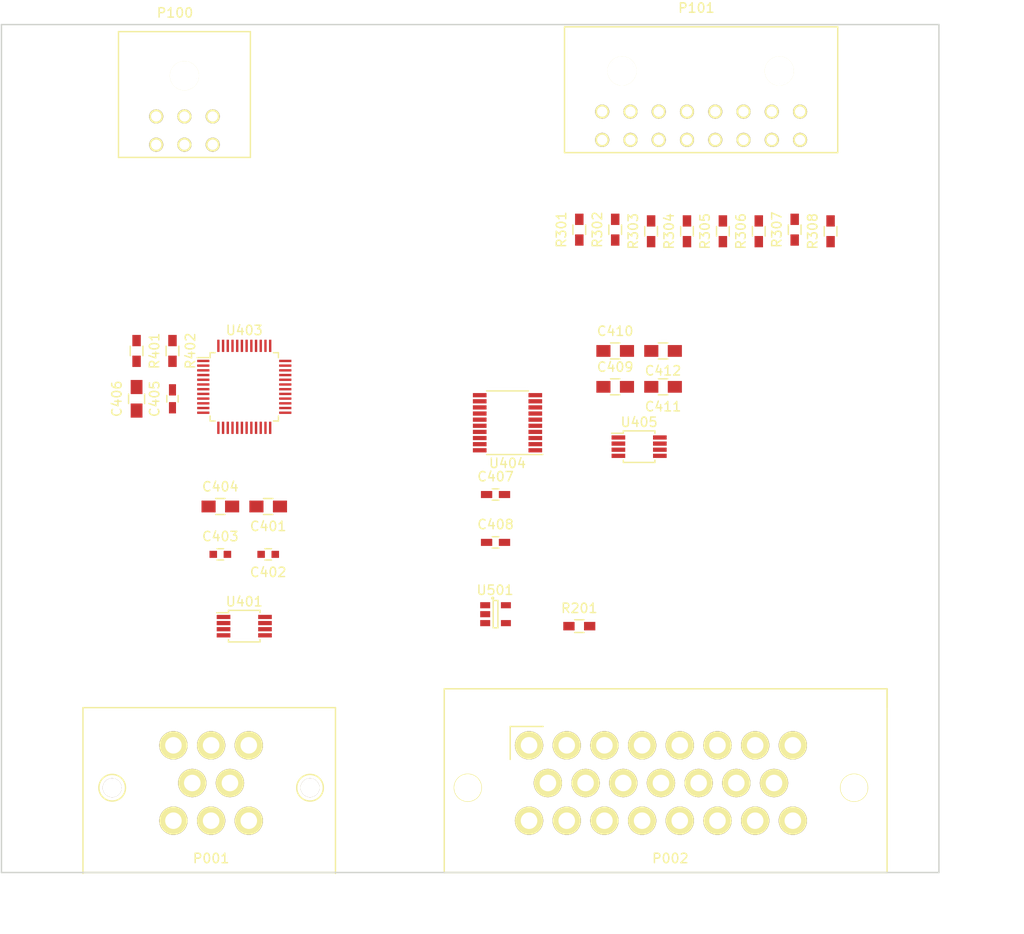
<source format=kicad_pcb>
(kicad_pcb (version 4) (host pcbnew "(2015-06-18 BZR 5783)-product")

  (general
    (links 90)
    (no_connects 90)
    (area 102.424999 35.115 215 136.499792)
    (thickness 1.6)
    (drawings 6)
    (tracks 0)
    (zones 0)
    (modules 32)
    (nets 99)
  )

  (page A4)
  (layers
    (0 F.Cu signal)
    (31 B.Cu signal)
    (32 B.Adhes user)
    (33 F.Adhes user)
    (34 B.Paste user)
    (35 F.Paste user)
    (36 B.SilkS user)
    (37 F.SilkS user)
    (38 B.Mask user)
    (39 F.Mask user)
    (40 Dwgs.User user)
    (41 Cmts.User user)
    (42 Eco1.User user)
    (43 Eco2.User user)
    (44 Edge.Cuts user)
    (45 Margin user)
    (46 B.CrtYd user)
    (47 F.CrtYd user)
    (48 B.Fab user)
    (49 F.Fab user)
  )

  (setup
    (last_trace_width 0.25)
    (trace_clearance 0.2)
    (zone_clearance 0.508)
    (zone_45_only no)
    (trace_min 0.2)
    (segment_width 0.2)
    (edge_width 0.15)
    (via_size 0.6)
    (via_drill 0.4)
    (via_min_size 0.4)
    (via_min_drill 0.3)
    (uvia_size 0.3)
    (uvia_drill 0.1)
    (uvias_allowed no)
    (uvia_min_size 0.2)
    (uvia_min_drill 0.1)
    (pcb_text_width 0.3)
    (pcb_text_size 1.5 1.5)
    (mod_edge_width 0.15)
    (mod_text_size 1 1)
    (mod_text_width 0.15)
    (pad_size 1.524 1.524)
    (pad_drill 0.762)
    (pad_to_mask_clearance 0.2)
    (aux_axis_origin 0 0)
    (visible_elements FFFFFF7F)
    (pcbplotparams
      (layerselection 0x00030_80000001)
      (usegerberextensions false)
      (excludeedgelayer true)
      (linewidth 0.100000)
      (plotframeref false)
      (viasonmask false)
      (mode 1)
      (useauxorigin false)
      (hpglpennumber 1)
      (hpglpenspeed 20)
      (hpglpendiameter 15)
      (hpglpenoverlay 2)
      (psnegative false)
      (psa4output false)
      (plotreference true)
      (plotvalue true)
      (plotinvisibletext false)
      (padsonsilk false)
      (subtractmaskfromsilk false)
      (outputformat 1)
      (mirror false)
      (drillshape 1)
      (scaleselection 1)
      (outputdirectory ""))
  )

  (net 0 "")
  (net 1 "Net-(P001-Pad1)")
  (net 2 "Net-(P001-Pad7)")
  (net 3 "Net-(P002-Pad23)")
  (net 4 "Net-(P002-Pad22)")
  (net 5 "Net-(P002-Pad21)")
  (net 6 "Net-(P002-Pad20)")
  (net 7 "Net-(P002-Pad19)")
  (net 8 "Net-(P002-Pad18)")
  (net 9 "Net-(P002-Pad17)")
  (net 10 "Net-(P002-Pad16)")
  (net 11 "Net-(P002-Pad15)")
  (net 12 "Net-(P002-Pad14)")
  (net 13 "Net-(P002-Pad13)")
  (net 14 "Net-(P002-Pad12)")
  (net 15 "Net-(P002-Pad11)")
  (net 16 "Net-(P002-Pad10)")
  (net 17 "Net-(P002-Pad2)")
  (net 18 "Net-(P002-Pad8)")
  (net 19 "Net-(P002-Pad7)")
  (net 20 "Net-(P002-Pad6)")
  (net 21 "Net-(P002-Pad5)")
  (net 22 "Net-(P002-Pad4)")
  (net 23 "Net-(P002-Pad3)")
  (net 24 "Net-(P002-Pad1)")
  (net 25 "Net-(P002-Pad9)")
  (net 26 "Net-(P101-Pad2)")
  (net 27 "Net-(P101-Pad10)")
  (net 28 "Net-(P101-Pad4)")
  (net 29 "Net-(P101-Pad12)")
  (net 30 "Net-(P101-Pad6)")
  (net 31 "Net-(P101-Pad14)")
  (net 32 "Net-(P101-Pad16)")
  (net 33 "Net-(P101-Pad8)")
  (net 34 GND)
  (net 35 +3V3)
  (net 36 /Micro_Controller/CAN2P)
  (net 37 /BACK_PANEL/CANH)
  (net 38 /FRONT_PANEL/+5V)
  (net 39 /FRONT_PANEL/MCU_RESET_N)
  (net 40 /FRONT_PANEL/MCU_PROG_N)
  (net 41 /FRONT_PANEL/RXD)
  (net 42 /FRONT_PANEL/TXD)
  (net 43 /FRONT_PANEL/LED0)
  (net 44 /FRONT_PANEL/LED2)
  (net 45 /FRONT_PANEL/LED4)
  (net 46 /FRONT_PANEL/LED6)
  (net 47 /FRONT_PANEL/LED1)
  (net 48 /FRONT_PANEL/LED3)
  (net 49 /FRONT_PANEL/LED5)
  (net 50 /FRONT_PANEL/LED7)
  (net 51 "Net-(U401-Pad2)")
  (net 52 "Net-(U401-Pad3)")
  (net 53 /Micro_Controller/PIO0_1)
  (net 54 "Net-(U403-Pad6)")
  (net 55 "Net-(U403-Pad7)")
  (net 56 "Net-(U403-Pad10)")
  (net 57 /Micro_Controller/PIO2_1)
  (net 58 /Micro_Controller/PIO0_3)
  (net 59 /Micro_Controller/PIO0_4)
  (net 60 /Micro_Controller/PIO0_5)
  (net 61 /Micro_Controller/PIO1_9)
  (net 62 /Micro_Controller/PIO2_4)
  (net 63 "Net-(U403-Pad21)")
  (net 64 "Net-(U403-Pad22)")
  (net 65 "Net-(U403-Pad23)")
  (net 66 "Net-(U403-Pad24)")
  (net 67 "Net-(U403-Pad25)")
  (net 68 /Micro_Controller/PIO2_2)
  (net 69 "Net-(U403-Pad27)")
  (net 70 "Net-(U403-Pad28)")
  (net 71 "Net-(U403-Pad29)")
  (net 72 /Micro_Controller/PIO1_10)
  (net 73 "Net-(U403-Pad31)")
  (net 74 /Micro_Controller/PIO0_11)
  (net 75 /Micro_Controller/PIO1_0)
  (net 76 /Micro_Controller/PIO1_1)
  (net 77 /Micro_Controller/PIO1_2)
  (net 78 /Micro_Controller/PIO2_3)
  (net 79 /Micro_Controller/PIO1_3)
  (net 80 /Micro_Controller/PIO1_4)
  (net 81 /Micro_Controller/PIO1_11)
  (net 82 /Micro_Controller/PIO1_5)
  (net 83 "Net-(U404-Pad1)")
  (net 84 "Net-(U404-Pad2)")
  (net 85 "Net-(U404-Pad3)")
  (net 86 "Net-(U404-Pad4)")
  (net 87 "Net-(U404-Pad5)")
  (net 88 "Net-(U404-Pad6)")
  (net 89 "Net-(U404-Pad7)")
  (net 90 "Net-(U404-Pad8)")
  (net 91 "Net-(U404-Pad9)")
  (net 92 "Net-(U404-Pad11)")
  (net 93 "Net-(U404-Pad12)")
  (net 94 "Net-(U404-Pad15)")
  (net 95 /Micro_Controller/CAN2L)
  (net 96 /Micro_Controller/CAN2H)
  (net 97 "Net-(U501-Pad4)")
  (net 98 /Micro_Controller/+3V3)

  (net_class Default "This is the default net class."
    (clearance 0.2)
    (trace_width 0.25)
    (via_dia 0.6)
    (via_drill 0.4)
    (uvia_dia 0.3)
    (uvia_drill 0.1)
    (add_net +3V3)
    (add_net /BACK_PANEL/CANH)
    (add_net /FRONT_PANEL/+5V)
    (add_net /FRONT_PANEL/LED0)
    (add_net /FRONT_PANEL/LED1)
    (add_net /FRONT_PANEL/LED2)
    (add_net /FRONT_PANEL/LED3)
    (add_net /FRONT_PANEL/LED4)
    (add_net /FRONT_PANEL/LED5)
    (add_net /FRONT_PANEL/LED6)
    (add_net /FRONT_PANEL/LED7)
    (add_net /FRONT_PANEL/MCU_PROG_N)
    (add_net /FRONT_PANEL/MCU_RESET_N)
    (add_net /FRONT_PANEL/RXD)
    (add_net /FRONT_PANEL/TXD)
    (add_net /Micro_Controller/+3V3)
    (add_net /Micro_Controller/CAN2H)
    (add_net /Micro_Controller/CAN2L)
    (add_net /Micro_Controller/CAN2P)
    (add_net /Micro_Controller/PIO0_1)
    (add_net /Micro_Controller/PIO0_11)
    (add_net /Micro_Controller/PIO0_3)
    (add_net /Micro_Controller/PIO0_4)
    (add_net /Micro_Controller/PIO0_5)
    (add_net /Micro_Controller/PIO1_0)
    (add_net /Micro_Controller/PIO1_1)
    (add_net /Micro_Controller/PIO1_10)
    (add_net /Micro_Controller/PIO1_11)
    (add_net /Micro_Controller/PIO1_2)
    (add_net /Micro_Controller/PIO1_3)
    (add_net /Micro_Controller/PIO1_4)
    (add_net /Micro_Controller/PIO1_5)
    (add_net /Micro_Controller/PIO1_9)
    (add_net /Micro_Controller/PIO2_1)
    (add_net /Micro_Controller/PIO2_2)
    (add_net /Micro_Controller/PIO2_3)
    (add_net /Micro_Controller/PIO2_4)
    (add_net GND)
    (add_net "Net-(P001-Pad1)")
    (add_net "Net-(P001-Pad7)")
    (add_net "Net-(P002-Pad1)")
    (add_net "Net-(P002-Pad10)")
    (add_net "Net-(P002-Pad11)")
    (add_net "Net-(P002-Pad12)")
    (add_net "Net-(P002-Pad13)")
    (add_net "Net-(P002-Pad14)")
    (add_net "Net-(P002-Pad15)")
    (add_net "Net-(P002-Pad16)")
    (add_net "Net-(P002-Pad17)")
    (add_net "Net-(P002-Pad18)")
    (add_net "Net-(P002-Pad19)")
    (add_net "Net-(P002-Pad2)")
    (add_net "Net-(P002-Pad20)")
    (add_net "Net-(P002-Pad21)")
    (add_net "Net-(P002-Pad22)")
    (add_net "Net-(P002-Pad23)")
    (add_net "Net-(P002-Pad3)")
    (add_net "Net-(P002-Pad4)")
    (add_net "Net-(P002-Pad5)")
    (add_net "Net-(P002-Pad6)")
    (add_net "Net-(P002-Pad7)")
    (add_net "Net-(P002-Pad8)")
    (add_net "Net-(P002-Pad9)")
    (add_net "Net-(P101-Pad10)")
    (add_net "Net-(P101-Pad12)")
    (add_net "Net-(P101-Pad14)")
    (add_net "Net-(P101-Pad16)")
    (add_net "Net-(P101-Pad2)")
    (add_net "Net-(P101-Pad4)")
    (add_net "Net-(P101-Pad6)")
    (add_net "Net-(P101-Pad8)")
    (add_net "Net-(U401-Pad2)")
    (add_net "Net-(U401-Pad3)")
    (add_net "Net-(U403-Pad10)")
    (add_net "Net-(U403-Pad21)")
    (add_net "Net-(U403-Pad22)")
    (add_net "Net-(U403-Pad23)")
    (add_net "Net-(U403-Pad24)")
    (add_net "Net-(U403-Pad25)")
    (add_net "Net-(U403-Pad27)")
    (add_net "Net-(U403-Pad28)")
    (add_net "Net-(U403-Pad29)")
    (add_net "Net-(U403-Pad31)")
    (add_net "Net-(U403-Pad6)")
    (add_net "Net-(U403-Pad7)")
    (add_net "Net-(U404-Pad1)")
    (add_net "Net-(U404-Pad11)")
    (add_net "Net-(U404-Pad12)")
    (add_net "Net-(U404-Pad15)")
    (add_net "Net-(U404-Pad2)")
    (add_net "Net-(U404-Pad3)")
    (add_net "Net-(U404-Pad4)")
    (add_net "Net-(U404-Pad5)")
    (add_net "Net-(U404-Pad6)")
    (add_net "Net-(U404-Pad7)")
    (add_net "Net-(U404-Pad8)")
    (add_net "Net-(U404-Pad9)")
    (add_net "Net-(U501-Pad4)")
  )

  (module MITEVT_AUTOMOTIVECON:776280-1 locked (layer F.Cu) (tedit 5635286B) (tstamp 56352BB2)
    (at 120.75 122.5)
    (path /56352A8A/56352AC8)
    (fp_text reference P001 (at 4 4) (layer F.SilkS)
      (effects (font (size 1 1) (thickness 0.15)))
    )
    (fp_text value CANCONNECTOR (at 4.2 -11) (layer F.Fab)
      (effects (font (size 1 1) (thickness 0.15)))
    )
    (fp_line (start -9.6 5.5) (end 17.2 5.5) (layer F.SilkS) (width 0.15))
    (fp_line (start 17.2 5.6) (end 17.2 -12) (layer F.SilkS) (width 0.15))
    (fp_line (start 17.2 -12) (end -9.6 -12) (layer F.SilkS) (width 0.15))
    (fp_line (start -9.6 -12) (end -9.6 5.6) (layer F.SilkS) (width 0.15))
    (fp_circle (center 14.5 -3.5) (end 15.5 -4.5) (layer F.SilkS) (width 0.15))
    (fp_circle (center -6.5 -3.5) (end -7.5 -4.5) (layer F.SilkS) (width 0.15))
    (pad 6 thru_hole circle (at 0 0) (size 3 3) (drill 1.75) (layers *.Cu *.Mask F.SilkS)
      (net 34 GND))
    (pad 1 thru_hole circle (at 0 -8) (size 3 3) (drill 1.75) (layers *.Cu *.Mask F.SilkS)
      (net 1 "Net-(P001-Pad1)"))
    (pad 2 thru_hole circle (at 4 -8) (size 3 3) (drill 1.75) (layers *.Cu *.Mask F.SilkS)
      (net 1 "Net-(P001-Pad1)"))
    (pad 3 thru_hole circle (at 8 -8) (size 3 3) (drill 1.75) (layers *.Cu *.Mask F.SilkS)
      (net 37 /BACK_PANEL/CANH))
    (pad 7 thru_hole circle (at 4 0) (size 3 3) (drill 1.75) (layers *.Cu *.Mask F.SilkS)
      (net 2 "Net-(P001-Pad7)"))
    (pad 8 thru_hole circle (at 8 0) (size 3 3) (drill 1.75) (layers *.Cu *.Mask F.SilkS)
      (net 2 "Net-(P001-Pad7)"))
    (pad 5 thru_hole circle (at 6 -4) (size 3 3) (drill 1.75) (layers *.Cu *.Mask F.SilkS)
      (net 34 GND))
    (pad 4 thru_hole circle (at 2 -4) (size 3 3) (drill 1.75) (layers *.Cu *.Mask F.SilkS)
      (net 37 /BACK_PANEL/CANH))
    (pad 9 thru_hole circle (at -6.5 -3.5) (size 2 2) (drill 2) (layers *.Cu *.Mask F.SilkS))
    (pad 10 thru_hole circle (at 14.5 -3.5) (size 2 2) (drill 2) (layers *.Cu *.Mask F.SilkS))
  )

  (module MITEVT_AUTOMOTIVECON:776087-1 locked (layer F.Cu) (tedit 56351E26) (tstamp 56352BCF)
    (at 158.496 114.5)
    (path /56352A8A/56352B23)
    (fp_text reference P002 (at 15 12) (layer F.SilkS)
      (effects (font (size 1 1) (thickness 0.15)))
    )
    (fp_text value AUXCONNECTOR (at 14 -3) (layer F.Fab)
      (effects (font (size 1 1) (thickness 0.15)))
    )
    (fp_line (start -2 -2) (end 1.5 -2) (layer F.SilkS) (width 0.15))
    (fp_line (start -2 -2) (end -2 1.5) (layer F.SilkS) (width 0.15))
    (fp_circle (center -6.5 4.5) (end -5.075 4.5) (layer F.SilkS) (width 0.15))
    (fp_circle (center 34.5 4.5) (end 35.925 4.5) (layer F.SilkS) (width 0.15))
    (fp_line (start -9 -6) (end -9 13.5) (layer F.SilkS) (width 0.15))
    (fp_line (start 38 -6) (end -9 -6) (layer F.SilkS) (width 0.15))
    (fp_line (start 38 13.5) (end -9 13.5) (layer F.SilkS) (width 0.15))
    (fp_line (start 38 -4) (end 38 -6) (layer F.SilkS) (width 0.15))
    (fp_line (start 38 -6) (end 38 13.5) (layer F.SilkS) (width 0.15))
    (pad 25 thru_hole circle (at 34.5 4.5) (size 2.85 2.85) (drill 2.85) (layers *.Cu *.Mask F.SilkS))
    (pad 23 thru_hole circle (at 28 8) (size 3 3) (drill 1.75) (layers *.Cu *.Mask F.SilkS)
      (net 3 "Net-(P002-Pad23)"))
    (pad 22 thru_hole circle (at 24 8) (size 3 3) (drill 1.75) (layers *.Cu *.Mask F.SilkS)
      (net 4 "Net-(P002-Pad22)"))
    (pad 21 thru_hole circle (at 20 8) (size 3 3) (drill 1.75) (layers *.Cu *.Mask F.SilkS)
      (net 5 "Net-(P002-Pad21)"))
    (pad 20 thru_hole circle (at 16 8) (size 3 3) (drill 1.75) (layers *.Cu *.Mask F.SilkS)
      (net 6 "Net-(P002-Pad20)"))
    (pad 19 thru_hole circle (at 12 8) (size 3 3) (drill 1.75) (layers *.Cu *.Mask F.SilkS)
      (net 7 "Net-(P002-Pad19)"))
    (pad 18 thru_hole circle (at 8 8) (size 3 3) (drill 1.75) (layers *.Cu *.Mask F.SilkS)
      (net 8 "Net-(P002-Pad18)"))
    (pad 17 thru_hole circle (at 4 8) (size 3 3) (drill 1.75) (layers *.Cu *.Mask F.SilkS)
      (net 9 "Net-(P002-Pad17)"))
    (pad 16 thru_hole circle (at 0 8) (size 3 3) (drill 1.75) (layers *.Cu *.Mask F.SilkS)
      (net 10 "Net-(P002-Pad16)"))
    (pad 15 thru_hole circle (at 26 4) (size 3 3) (drill 1.75) (layers *.Cu *.Mask F.SilkS)
      (net 11 "Net-(P002-Pad15)"))
    (pad 14 thru_hole circle (at 22 4) (size 3 3) (drill 1.75) (layers *.Cu *.Mask F.SilkS)
      (net 12 "Net-(P002-Pad14)"))
    (pad 13 thru_hole circle (at 18 4) (size 3 3) (drill 1.75) (layers *.Cu *.Mask F.SilkS)
      (net 13 "Net-(P002-Pad13)"))
    (pad 12 thru_hole circle (at 14 4) (size 3 3) (drill 1.75) (layers *.Cu *.Mask F.SilkS)
      (net 14 "Net-(P002-Pad12)"))
    (pad 11 thru_hole circle (at 10 4) (size 3 3) (drill 1.75) (layers *.Cu *.Mask F.SilkS)
      (net 15 "Net-(P002-Pad11)"))
    (pad 10 thru_hole circle (at 6 4) (size 3 3) (drill 1.75) (layers *.Cu *.Mask F.SilkS)
      (net 16 "Net-(P002-Pad10)"))
    (pad 2 thru_hole circle (at 4 0) (size 3 3) (drill 1.75) (layers *.Cu *.Mask F.SilkS)
      (net 17 "Net-(P002-Pad2)"))
    (pad 8 thru_hole circle (at 28 0) (size 3 3) (drill 1.75) (layers *.Cu *.Mask F.SilkS)
      (net 18 "Net-(P002-Pad8)"))
    (pad 7 thru_hole circle (at 24 0) (size 3 3) (drill 1.75) (layers *.Cu *.Mask F.SilkS)
      (net 19 "Net-(P002-Pad7)"))
    (pad 6 thru_hole circle (at 20 0) (size 3 3) (drill 1.75) (layers *.Cu *.Mask F.SilkS)
      (net 20 "Net-(P002-Pad6)"))
    (pad 5 thru_hole circle (at 16 0) (size 3 3) (drill 1.75) (layers *.Cu *.Mask F.SilkS)
      (net 21 "Net-(P002-Pad5)"))
    (pad 4 thru_hole circle (at 12 0) (size 3 3) (drill 1.75) (layers *.Cu *.Mask F.SilkS)
      (net 22 "Net-(P002-Pad4)"))
    (pad 3 thru_hole circle (at 8 0) (size 3 3) (drill 1.75) (layers *.Cu *.Mask F.SilkS)
      (net 23 "Net-(P002-Pad3)"))
    (pad 1 thru_hole circle (at 0 0) (size 3 3) (drill 1.75) (layers *.Cu *.Mask F.SilkS)
      (net 24 "Net-(P002-Pad1)"))
    (pad 9 thru_hole circle (at 2 4) (size 3 3) (drill 1.75) (layers *.Cu *.Mask F.SilkS)
      (net 25 "Net-(P002-Pad9)"))
    (pad 24 thru_hole circle (at -6.5 4.5) (size 2.85 2.85) (drill 2.85) (layers *.Cu *.Mask F.SilkS))
  )

  (module Connectors_Molex:Connector_Microfit3_Header_02x03_Angled_43045-060x locked (layer F.Cu) (tedit 55BBA86D) (tstamp 56354009)
    (at 118.92 47.75 180)
    (descr "Microfit 02x03 header angled 43045-0600")
    (tags "Microfit 02x03 angled 3mm pitch")
    (path /56353BB7/56353C28)
    (fp_text reference P100 (at -2 11 180) (layer F.SilkS)
      (effects (font (size 1 1) (thickness 0.15)))
    )
    (fp_text value ISP (at -3 -6.604 180) (layer F.Fab)
      (effects (font (size 1 1) (thickness 0.15)))
    )
    (fp_line (start -10.2 -4.55) (end -10.2 9.2) (layer F.CrtYd) (width 0.05))
    (fp_line (start -10.2 9.2) (end 4.2 9.2) (layer F.CrtYd) (width 0.05))
    (fp_line (start 4.2 9.2) (end 4.2 -4.55) (layer F.CrtYd) (width 0.05))
    (fp_line (start 4.2 -4.55) (end -10.2 -4.55) (layer F.CrtYd) (width 0.05))
    (fp_line (start -10 9) (end -10 -4.35) (layer F.SilkS) (width 0.15))
    (fp_line (start -10 -4.35) (end 4 -4.35) (layer F.SilkS) (width 0.15))
    (fp_line (start 4 -4.35) (end 4 9) (layer F.SilkS) (width 0.15))
    (fp_line (start 4 9) (end -10 9) (layer F.SilkS) (width 0.15))
    (pad 1 thru_hole circle (at 0 0 180) (size 1.5 1.5) (drill 1.1) (layers *.Cu *.Mask F.SilkS)
      (net 38 /FRONT_PANEL/+5V))
    (pad 4 thru_hole circle (at 0 -3 180) (size 1.5 1.5) (drill 1.1) (layers *.Cu *.Mask F.SilkS)
      (net 39 /FRONT_PANEL/MCU_RESET_N))
    (pad 5 thru_hole circle (at -3 -3 180) (size 1.5 1.5) (drill 1.1) (layers *.Cu *.Mask F.SilkS)
      (net 40 /FRONT_PANEL/MCU_PROG_N))
    (pad 2 thru_hole circle (at -3 0 180) (size 1.5 1.5) (drill 1.1) (layers *.Cu *.Mask F.SilkS)
      (net 41 /FRONT_PANEL/RXD))
    (pad 6 thru_hole circle (at -6 -3 180) (size 1.5 1.5) (drill 1.1) (layers *.Cu *.Mask F.SilkS)
      (net 34 GND))
    (pad 3 thru_hole circle (at -6 0 180) (size 1.5 1.5) (drill 1.1) (layers *.Cu *.Mask F.SilkS)
      (net 42 /FRONT_PANEL/TXD))
    (pad "" np_thru_hole circle (at -3 4.32 180) (size 3.1 3.1) (drill 3.1) (layers *.Cu *.Mask F.SilkS))
  )

  (module Connectors_Molex:Connector_Microfit3_Header_02x08_Angled_43045-160x locked (layer F.Cu) (tedit 55BBA956) (tstamp 56354027)
    (at 166.26 47.24 180)
    (descr "Microfit 02x08 header angled 43045-1600")
    (tags "Microfit 02x08 angled 3mm pitch")
    (path /56353BB7/56353C4E)
    (fp_text reference P101 (at -10 11 180) (layer F.SilkS)
      (effects (font (size 1 1) (thickness 0.15)))
    )
    (fp_text value DEBUG_LED (at -10.5 -6.604 180) (layer F.Fab)
      (effects (font (size 1 1) (thickness 0.15)))
    )
    (fp_line (start -25.2 -4.55) (end -25.2 9.2) (layer F.CrtYd) (width 0.05))
    (fp_line (start -25.2 9.2) (end 4.2 9.2) (layer F.CrtYd) (width 0.05))
    (fp_line (start 4.2 9.2) (end 4.2 -4.55) (layer F.CrtYd) (width 0.05))
    (fp_line (start 4.2 -4.55) (end -25.2 -4.55) (layer F.CrtYd) (width 0.05))
    (fp_line (start -25 9) (end -25 -4.35) (layer F.SilkS) (width 0.15))
    (fp_line (start -25 -4.35) (end 4 -4.35) (layer F.SilkS) (width 0.15))
    (fp_line (start 4 -4.35) (end 4 9) (layer F.SilkS) (width 0.15))
    (fp_line (start 4 9) (end -25 9) (layer F.SilkS) (width 0.15))
    (pad 9 thru_hole circle (at 0 -3 180) (size 1.5 1.5) (drill 1.1) (layers *.Cu *.Mask F.SilkS)
      (net 34 GND))
    (pad 1 thru_hole circle (at 0 0 180) (size 1.5 1.5) (drill 1.1) (layers *.Cu *.Mask F.SilkS)
      (net 34 GND))
    (pad 2 thru_hole circle (at -3 0 180) (size 1.5 1.5) (drill 1.1) (layers *.Cu *.Mask F.SilkS)
      (net 26 "Net-(P101-Pad2)"))
    (pad 10 thru_hole circle (at -3 -3 180) (size 1.5 1.5) (drill 1.1) (layers *.Cu *.Mask F.SilkS)
      (net 27 "Net-(P101-Pad10)"))
    (pad 11 thru_hole circle (at -6 -3 180) (size 1.5 1.5) (drill 1.1) (layers *.Cu *.Mask F.SilkS)
      (net 34 GND))
    (pad 3 thru_hole circle (at -6 0 180) (size 1.5 1.5) (drill 1.1) (layers *.Cu *.Mask F.SilkS)
      (net 34 GND))
    (pad 4 thru_hole circle (at -9 0 180) (size 1.5 1.5) (drill 1.1) (layers *.Cu *.Mask F.SilkS)
      (net 28 "Net-(P101-Pad4)"))
    (pad 12 thru_hole circle (at -9 -3 180) (size 1.5 1.5) (drill 1.1) (layers *.Cu *.Mask F.SilkS)
      (net 29 "Net-(P101-Pad12)"))
    (pad "" np_thru_hole circle (at -2.1 4.32 180) (size 3.1 3.1) (drill 3.1) (layers *.Cu *.Mask F.SilkS))
    (pad 13 thru_hole circle (at -12 -3 180) (size 1.5 1.5) (drill 1.1) (layers *.Cu *.Mask F.SilkS)
      (net 34 GND))
    (pad 5 thru_hole circle (at -12 0 180) (size 1.5 1.5) (drill 1.1) (layers *.Cu *.Mask F.SilkS)
      (net 34 GND))
    (pad 6 thru_hole circle (at -15 0 180) (size 1.5 1.5) (drill 1.1) (layers *.Cu *.Mask F.SilkS)
      (net 30 "Net-(P101-Pad6)"))
    (pad 14 thru_hole circle (at -15 -3 180) (size 1.5 1.5) (drill 1.1) (layers *.Cu *.Mask F.SilkS)
      (net 31 "Net-(P101-Pad14)"))
    (pad 15 thru_hole circle (at -18 -3 180) (size 1.5 1.5) (drill 1.1) (layers *.Cu *.Mask F.SilkS)
      (net 34 GND))
    (pad 7 thru_hole circle (at -18 0 180) (size 1.5 1.5) (drill 1.1) (layers *.Cu *.Mask F.SilkS)
      (net 34 GND))
    (pad 16 thru_hole circle (at -21 -3 180) (size 1.5 1.5) (drill 1.1) (layers *.Cu *.Mask F.SilkS)
      (net 32 "Net-(P101-Pad16)"))
    (pad 8 thru_hole circle (at -21 0 180) (size 1.5 1.5) (drill 1.1) (layers *.Cu *.Mask F.SilkS)
      (net 33 "Net-(P101-Pad8)"))
    (pad "" np_thru_hole circle (at -18.8 4.32 180) (size 3.1 3.1) (drill 3.1) (layers *.Cu *.Mask F.SilkS))
  )

  (module Capacitors_SMD:C_0805_HandSoldering (layer F.Cu) (tedit 541A9B8D) (tstamp 563E6140)
    (at 130.81 89.15 180)
    (descr "Capacitor SMD 0805, hand soldering")
    (tags "capacitor 0805")
    (path /563E2153/563E2793)
    (attr smd)
    (fp_text reference C401 (at 0 -2.1 180) (layer F.SilkS)
      (effects (font (size 1 1) (thickness 0.15)))
    )
    (fp_text value 10uF (at 0 2.1 180) (layer F.Fab)
      (effects (font (size 1 1) (thickness 0.15)))
    )
    (fp_line (start -2.3 -1) (end 2.3 -1) (layer F.CrtYd) (width 0.05))
    (fp_line (start -2.3 1) (end 2.3 1) (layer F.CrtYd) (width 0.05))
    (fp_line (start -2.3 -1) (end -2.3 1) (layer F.CrtYd) (width 0.05))
    (fp_line (start 2.3 -1) (end 2.3 1) (layer F.CrtYd) (width 0.05))
    (fp_line (start 0.5 -0.85) (end -0.5 -0.85) (layer F.SilkS) (width 0.15))
    (fp_line (start -0.5 0.85) (end 0.5 0.85) (layer F.SilkS) (width 0.15))
    (pad 1 smd rect (at -1.25 0 180) (size 1.5 1.25) (layers F.Cu F.Paste F.Mask)
      (net 37 /BACK_PANEL/CANH))
    (pad 2 smd rect (at 1.25 0 180) (size 1.5 1.25) (layers F.Cu F.Paste F.Mask)
      (net 34 GND))
    (model Capacitors_SMD.3dshapes/C_0805_HandSoldering.wrl
      (at (xyz 0 0 0))
      (scale (xyz 1 1 1))
      (rotate (xyz 0 0 0))
    )
  )

  (module Capacitors_SMD:C_0603 (layer F.Cu) (tedit 5415D631) (tstamp 563E6146)
    (at 130.81 94.23 180)
    (descr "Capacitor SMD 0603, reflow soldering, AVX (see smccp.pdf)")
    (tags "capacitor 0603")
    (path /563E2153/563E282A)
    (attr smd)
    (fp_text reference C402 (at 0 -1.9 180) (layer F.SilkS)
      (effects (font (size 1 1) (thickness 0.15)))
    )
    (fp_text value 0.1uF (at 0 1.9 180) (layer F.Fab)
      (effects (font (size 1 1) (thickness 0.15)))
    )
    (fp_line (start -1.45 -0.75) (end 1.45 -0.75) (layer F.CrtYd) (width 0.05))
    (fp_line (start -1.45 0.75) (end 1.45 0.75) (layer F.CrtYd) (width 0.05))
    (fp_line (start -1.45 -0.75) (end -1.45 0.75) (layer F.CrtYd) (width 0.05))
    (fp_line (start 1.45 -0.75) (end 1.45 0.75) (layer F.CrtYd) (width 0.05))
    (fp_line (start -0.35 -0.6) (end 0.35 -0.6) (layer F.SilkS) (width 0.15))
    (fp_line (start 0.35 0.6) (end -0.35 0.6) (layer F.SilkS) (width 0.15))
    (pad 1 smd rect (at -0.75 0 180) (size 0.8 0.75) (layers F.Cu F.Paste F.Mask)
      (net 37 /BACK_PANEL/CANH))
    (pad 2 smd rect (at 0.75 0 180) (size 0.8 0.75) (layers F.Cu F.Paste F.Mask)
      (net 34 GND))
    (model Capacitors_SMD.3dshapes/C_0603.wrl
      (at (xyz 0 0 0))
      (scale (xyz 1 1 1))
      (rotate (xyz 0 0 0))
    )
  )

  (module Capacitors_SMD:C_0603 (layer F.Cu) (tedit 5415D631) (tstamp 563E614C)
    (at 125.73 94.23)
    (descr "Capacitor SMD 0603, reflow soldering, AVX (see smccp.pdf)")
    (tags "capacitor 0603")
    (path /563E2153/563E286E)
    (attr smd)
    (fp_text reference C403 (at 0 -1.9) (layer F.SilkS)
      (effects (font (size 1 1) (thickness 0.15)))
    )
    (fp_text value 0.1uF (at 0 1.9) (layer F.Fab)
      (effects (font (size 1 1) (thickness 0.15)))
    )
    (fp_line (start -1.45 -0.75) (end 1.45 -0.75) (layer F.CrtYd) (width 0.05))
    (fp_line (start -1.45 0.75) (end 1.45 0.75) (layer F.CrtYd) (width 0.05))
    (fp_line (start -1.45 -0.75) (end -1.45 0.75) (layer F.CrtYd) (width 0.05))
    (fp_line (start 1.45 -0.75) (end 1.45 0.75) (layer F.CrtYd) (width 0.05))
    (fp_line (start -0.35 -0.6) (end 0.35 -0.6) (layer F.SilkS) (width 0.15))
    (fp_line (start 0.35 0.6) (end -0.35 0.6) (layer F.SilkS) (width 0.15))
    (pad 1 smd rect (at -0.75 0) (size 0.8 0.75) (layers F.Cu F.Paste F.Mask)
      (net 98 /Micro_Controller/+3V3))
    (pad 2 smd rect (at 0.75 0) (size 0.8 0.75) (layers F.Cu F.Paste F.Mask)
      (net 34 GND))
    (model Capacitors_SMD.3dshapes/C_0603.wrl
      (at (xyz 0 0 0))
      (scale (xyz 1 1 1))
      (rotate (xyz 0 0 0))
    )
  )

  (module Capacitors_SMD:C_0805_HandSoldering (layer F.Cu) (tedit 541A9B8D) (tstamp 563E6152)
    (at 125.73 89.15)
    (descr "Capacitor SMD 0805, hand soldering")
    (tags "capacitor 0805")
    (path /563E2153/563E28A1)
    (attr smd)
    (fp_text reference C404 (at 0 -2.1) (layer F.SilkS)
      (effects (font (size 1 1) (thickness 0.15)))
    )
    (fp_text value 10uF (at 0 2.1) (layer F.Fab)
      (effects (font (size 1 1) (thickness 0.15)))
    )
    (fp_line (start -2.3 -1) (end 2.3 -1) (layer F.CrtYd) (width 0.05))
    (fp_line (start -2.3 1) (end 2.3 1) (layer F.CrtYd) (width 0.05))
    (fp_line (start -2.3 -1) (end -2.3 1) (layer F.CrtYd) (width 0.05))
    (fp_line (start 2.3 -1) (end 2.3 1) (layer F.CrtYd) (width 0.05))
    (fp_line (start 0.5 -0.85) (end -0.5 -0.85) (layer F.SilkS) (width 0.15))
    (fp_line (start -0.5 0.85) (end 0.5 0.85) (layer F.SilkS) (width 0.15))
    (pad 1 smd rect (at -1.25 0) (size 1.5 1.25) (layers F.Cu F.Paste F.Mask)
      (net 98 /Micro_Controller/+3V3))
    (pad 2 smd rect (at 1.25 0) (size 1.5 1.25) (layers F.Cu F.Paste F.Mask)
      (net 34 GND))
    (model Capacitors_SMD.3dshapes/C_0805_HandSoldering.wrl
      (at (xyz 0 0 0))
      (scale (xyz 1 1 1))
      (rotate (xyz 0 0 0))
    )
  )

  (module Capacitors_SMD:C_0603_HandSoldering (layer F.Cu) (tedit 541A9B4D) (tstamp 563E6158)
    (at 120.65 77.72 90)
    (descr "Capacitor SMD 0603, hand soldering")
    (tags "capacitor 0603")
    (path /563E2153/563E4BCA)
    (attr smd)
    (fp_text reference C405 (at 0 -1.9 90) (layer F.SilkS)
      (effects (font (size 1 1) (thickness 0.15)))
    )
    (fp_text value 0.1uF (at 0 1.9 90) (layer F.Fab)
      (effects (font (size 1 1) (thickness 0.15)))
    )
    (fp_line (start -1.85 -0.75) (end 1.85 -0.75) (layer F.CrtYd) (width 0.05))
    (fp_line (start -1.85 0.75) (end 1.85 0.75) (layer F.CrtYd) (width 0.05))
    (fp_line (start -1.85 -0.75) (end -1.85 0.75) (layer F.CrtYd) (width 0.05))
    (fp_line (start 1.85 -0.75) (end 1.85 0.75) (layer F.CrtYd) (width 0.05))
    (fp_line (start -0.35 -0.6) (end 0.35 -0.6) (layer F.SilkS) (width 0.15))
    (fp_line (start 0.35 0.6) (end -0.35 0.6) (layer F.SilkS) (width 0.15))
    (pad 1 smd rect (at -0.95 0 90) (size 1.2 0.75) (layers F.Cu F.Paste F.Mask)
      (net 98 /Micro_Controller/+3V3))
    (pad 2 smd rect (at 0.95 0 90) (size 1.2 0.75) (layers F.Cu F.Paste F.Mask)
      (net 34 GND))
    (model Capacitors_SMD.3dshapes/C_0603_HandSoldering.wrl
      (at (xyz 0 0 0))
      (scale (xyz 1 1 1))
      (rotate (xyz 0 0 0))
    )
  )

  (module Capacitors_SMD:C_0805_HandSoldering (layer F.Cu) (tedit 541A9B8D) (tstamp 563E615E)
    (at 116.84 77.72 90)
    (descr "Capacitor SMD 0805, hand soldering")
    (tags "capacitor 0805")
    (path /563E2153/563E4C7A)
    (attr smd)
    (fp_text reference C406 (at 0 -2.1 90) (layer F.SilkS)
      (effects (font (size 1 1) (thickness 0.15)))
    )
    (fp_text value 10uF (at 0 2.1 90) (layer F.Fab)
      (effects (font (size 1 1) (thickness 0.15)))
    )
    (fp_line (start -2.3 -1) (end 2.3 -1) (layer F.CrtYd) (width 0.05))
    (fp_line (start -2.3 1) (end 2.3 1) (layer F.CrtYd) (width 0.05))
    (fp_line (start -2.3 -1) (end -2.3 1) (layer F.CrtYd) (width 0.05))
    (fp_line (start 2.3 -1) (end 2.3 1) (layer F.CrtYd) (width 0.05))
    (fp_line (start 0.5 -0.85) (end -0.5 -0.85) (layer F.SilkS) (width 0.15))
    (fp_line (start -0.5 0.85) (end 0.5 0.85) (layer F.SilkS) (width 0.15))
    (pad 1 smd rect (at -1.25 0 90) (size 1.5 1.25) (layers F.Cu F.Paste F.Mask)
      (net 98 /Micro_Controller/+3V3))
    (pad 2 smd rect (at 1.25 0 90) (size 1.5 1.25) (layers F.Cu F.Paste F.Mask)
      (net 34 GND))
    (model Capacitors_SMD.3dshapes/C_0805_HandSoldering.wrl
      (at (xyz 0 0 0))
      (scale (xyz 1 1 1))
      (rotate (xyz 0 0 0))
    )
  )

  (module Capacitors_SMD:C_0603_HandSoldering (layer F.Cu) (tedit 541A9B4D) (tstamp 563E6164)
    (at 154.94 87.88)
    (descr "Capacitor SMD 0603, hand soldering")
    (tags "capacitor 0603")
    (path /563E2153/563E6F6D)
    (attr smd)
    (fp_text reference C407 (at 0 -1.9) (layer F.SilkS)
      (effects (font (size 1 1) (thickness 0.15)))
    )
    (fp_text value 0.1uF (at 0 1.9) (layer F.Fab)
      (effects (font (size 1 1) (thickness 0.15)))
    )
    (fp_line (start -1.85 -0.75) (end 1.85 -0.75) (layer F.CrtYd) (width 0.05))
    (fp_line (start -1.85 0.75) (end 1.85 0.75) (layer F.CrtYd) (width 0.05))
    (fp_line (start -1.85 -0.75) (end -1.85 0.75) (layer F.CrtYd) (width 0.05))
    (fp_line (start 1.85 -0.75) (end 1.85 0.75) (layer F.CrtYd) (width 0.05))
    (fp_line (start -0.35 -0.6) (end 0.35 -0.6) (layer F.SilkS) (width 0.15))
    (fp_line (start 0.35 0.6) (end -0.35 0.6) (layer F.SilkS) (width 0.15))
    (pad 1 smd rect (at -0.95 0) (size 1.2 0.75) (layers F.Cu F.Paste F.Mask)
      (net 35 +3V3))
    (pad 2 smd rect (at 0.95 0) (size 1.2 0.75) (layers F.Cu F.Paste F.Mask)
      (net 34 GND))
    (model Capacitors_SMD.3dshapes/C_0603_HandSoldering.wrl
      (at (xyz 0 0 0))
      (scale (xyz 1 1 1))
      (rotate (xyz 0 0 0))
    )
  )

  (module Capacitors_SMD:C_0603_HandSoldering (layer F.Cu) (tedit 541A9B4D) (tstamp 563E616A)
    (at 154.94 92.96)
    (descr "Capacitor SMD 0603, hand soldering")
    (tags "capacitor 0603")
    (path /563E2153/563E6EF3)
    (attr smd)
    (fp_text reference C408 (at 0 -1.9) (layer F.SilkS)
      (effects (font (size 1 1) (thickness 0.15)))
    )
    (fp_text value 0.1uF (at 0 1.9) (layer F.Fab)
      (effects (font (size 1 1) (thickness 0.15)))
    )
    (fp_line (start -1.85 -0.75) (end 1.85 -0.75) (layer F.CrtYd) (width 0.05))
    (fp_line (start -1.85 0.75) (end 1.85 0.75) (layer F.CrtYd) (width 0.05))
    (fp_line (start -1.85 -0.75) (end -1.85 0.75) (layer F.CrtYd) (width 0.05))
    (fp_line (start 1.85 -0.75) (end 1.85 0.75) (layer F.CrtYd) (width 0.05))
    (fp_line (start -0.35 -0.6) (end 0.35 -0.6) (layer F.SilkS) (width 0.15))
    (fp_line (start 0.35 0.6) (end -0.35 0.6) (layer F.SilkS) (width 0.15))
    (pad 1 smd rect (at -0.95 0) (size 1.2 0.75) (layers F.Cu F.Paste F.Mask)
      (net 35 +3V3))
    (pad 2 smd rect (at 0.95 0) (size 1.2 0.75) (layers F.Cu F.Paste F.Mask)
      (net 34 GND))
    (model Capacitors_SMD.3dshapes/C_0603_HandSoldering.wrl
      (at (xyz 0 0 0))
      (scale (xyz 1 1 1))
      (rotate (xyz 0 0 0))
    )
  )

  (module Capacitors_SMD:C_0805_HandSoldering (layer F.Cu) (tedit 541A9B8D) (tstamp 563E6170)
    (at 167.64 76.45)
    (descr "Capacitor SMD 0805, hand soldering")
    (tags "capacitor 0805")
    (path /563E2153/563E7AA3)
    (attr smd)
    (fp_text reference C409 (at 0 -2.1) (layer F.SilkS)
      (effects (font (size 1 1) (thickness 0.15)))
    )
    (fp_text value 1uF (at 0 2.1) (layer F.Fab)
      (effects (font (size 1 1) (thickness 0.15)))
    )
    (fp_line (start -2.3 -1) (end 2.3 -1) (layer F.CrtYd) (width 0.05))
    (fp_line (start -2.3 1) (end 2.3 1) (layer F.CrtYd) (width 0.05))
    (fp_line (start -2.3 -1) (end -2.3 1) (layer F.CrtYd) (width 0.05))
    (fp_line (start 2.3 -1) (end 2.3 1) (layer F.CrtYd) (width 0.05))
    (fp_line (start 0.5 -0.85) (end -0.5 -0.85) (layer F.SilkS) (width 0.15))
    (fp_line (start -0.5 0.85) (end 0.5 0.85) (layer F.SilkS) (width 0.15))
    (pad 1 smd rect (at -1.25 0) (size 1.5 1.25) (layers F.Cu F.Paste F.Mask)
      (net 35 +3V3))
    (pad 2 smd rect (at 1.25 0) (size 1.5 1.25) (layers F.Cu F.Paste F.Mask)
      (net 34 GND))
    (model Capacitors_SMD.3dshapes/C_0805_HandSoldering.wrl
      (at (xyz 0 0 0))
      (scale (xyz 1 1 1))
      (rotate (xyz 0 0 0))
    )
  )

  (module Capacitors_SMD:C_0805_HandSoldering (layer F.Cu) (tedit 541A9B8D) (tstamp 563E6176)
    (at 167.64 72.64)
    (descr "Capacitor SMD 0805, hand soldering")
    (tags "capacitor 0805")
    (path /563E2153/563E7A1F)
    (attr smd)
    (fp_text reference C410 (at 0 -2.1) (layer F.SilkS)
      (effects (font (size 1 1) (thickness 0.15)))
    )
    (fp_text value 1uF (at 0 2.1) (layer F.Fab)
      (effects (font (size 1 1) (thickness 0.15)))
    )
    (fp_line (start -2.3 -1) (end 2.3 -1) (layer F.CrtYd) (width 0.05))
    (fp_line (start -2.3 1) (end 2.3 1) (layer F.CrtYd) (width 0.05))
    (fp_line (start -2.3 -1) (end -2.3 1) (layer F.CrtYd) (width 0.05))
    (fp_line (start 2.3 -1) (end 2.3 1) (layer F.CrtYd) (width 0.05))
    (fp_line (start 0.5 -0.85) (end -0.5 -0.85) (layer F.SilkS) (width 0.15))
    (fp_line (start -0.5 0.85) (end 0.5 0.85) (layer F.SilkS) (width 0.15))
    (pad 1 smd rect (at -1.25 0) (size 1.5 1.25) (layers F.Cu F.Paste F.Mask)
      (net 35 +3V3))
    (pad 2 smd rect (at 1.25 0) (size 1.5 1.25) (layers F.Cu F.Paste F.Mask)
      (net 34 GND))
    (model Capacitors_SMD.3dshapes/C_0805_HandSoldering.wrl
      (at (xyz 0 0 0))
      (scale (xyz 1 1 1))
      (rotate (xyz 0 0 0))
    )
  )

  (module Capacitors_SMD:C_0805_HandSoldering (layer F.Cu) (tedit 541A9B8D) (tstamp 563E617C)
    (at 172.72 76.45 180)
    (descr "Capacitor SMD 0805, hand soldering")
    (tags "capacitor 0805")
    (path /563E2153/563E7B0B)
    (attr smd)
    (fp_text reference C411 (at 0 -2.1 180) (layer F.SilkS)
      (effects (font (size 1 1) (thickness 0.15)))
    )
    (fp_text value 1uF (at 0 2.1 180) (layer F.Fab)
      (effects (font (size 1 1) (thickness 0.15)))
    )
    (fp_line (start -2.3 -1) (end 2.3 -1) (layer F.CrtYd) (width 0.05))
    (fp_line (start -2.3 1) (end 2.3 1) (layer F.CrtYd) (width 0.05))
    (fp_line (start -2.3 -1) (end -2.3 1) (layer F.CrtYd) (width 0.05))
    (fp_line (start 2.3 -1) (end 2.3 1) (layer F.CrtYd) (width 0.05))
    (fp_line (start 0.5 -0.85) (end -0.5 -0.85) (layer F.SilkS) (width 0.15))
    (fp_line (start -0.5 0.85) (end 0.5 0.85) (layer F.SilkS) (width 0.15))
    (pad 1 smd rect (at -1.25 0 180) (size 1.5 1.25) (layers F.Cu F.Paste F.Mask)
      (net 36 /Micro_Controller/CAN2P))
    (pad 2 smd rect (at 1.25 0 180) (size 1.5 1.25) (layers F.Cu F.Paste F.Mask)
      (net 34 GND))
    (model Capacitors_SMD.3dshapes/C_0805_HandSoldering.wrl
      (at (xyz 0 0 0))
      (scale (xyz 1 1 1))
      (rotate (xyz 0 0 0))
    )
  )

  (module Capacitors_SMD:C_0805_HandSoldering (layer F.Cu) (tedit 541A9B8D) (tstamp 563E6182)
    (at 172.72 72.64 180)
    (descr "Capacitor SMD 0805, hand soldering")
    (tags "capacitor 0805")
    (path /563E2153/563E7C3E)
    (attr smd)
    (fp_text reference C412 (at 0 -2.1 180) (layer F.SilkS)
      (effects (font (size 1 1) (thickness 0.15)))
    )
    (fp_text value 1uF (at 0 2.1 180) (layer F.Fab)
      (effects (font (size 1 1) (thickness 0.15)))
    )
    (fp_line (start -2.3 -1) (end 2.3 -1) (layer F.CrtYd) (width 0.05))
    (fp_line (start -2.3 1) (end 2.3 1) (layer F.CrtYd) (width 0.05))
    (fp_line (start -2.3 -1) (end -2.3 1) (layer F.CrtYd) (width 0.05))
    (fp_line (start 2.3 -1) (end 2.3 1) (layer F.CrtYd) (width 0.05))
    (fp_line (start 0.5 -0.85) (end -0.5 -0.85) (layer F.SilkS) (width 0.15))
    (fp_line (start -0.5 0.85) (end 0.5 0.85) (layer F.SilkS) (width 0.15))
    (pad 1 smd rect (at -1.25 0 180) (size 1.5 1.25) (layers F.Cu F.Paste F.Mask)
      (net 36 /Micro_Controller/CAN2P))
    (pad 2 smd rect (at 1.25 0 180) (size 1.5 1.25) (layers F.Cu F.Paste F.Mask)
      (net 34 GND))
    (model Capacitors_SMD.3dshapes/C_0805_HandSoldering.wrl
      (at (xyz 0 0 0))
      (scale (xyz 1 1 1))
      (rotate (xyz 0 0 0))
    )
  )

  (module Resistors_SMD:R_0603_HandSoldering (layer F.Cu) (tedit 5418A00F) (tstamp 563E6188)
    (at 163.83 101.85)
    (descr "Resistor SMD 0603, hand soldering")
    (tags "resistor 0603")
    (path /56352A8A/563E3F11)
    (attr smd)
    (fp_text reference R201 (at 0 -1.9) (layer F.SilkS)
      (effects (font (size 1 1) (thickness 0.15)))
    )
    (fp_text value R (at 0 1.9) (layer F.Fab)
      (effects (font (size 1 1) (thickness 0.15)))
    )
    (fp_line (start -2 -0.8) (end 2 -0.8) (layer F.CrtYd) (width 0.05))
    (fp_line (start -2 0.8) (end 2 0.8) (layer F.CrtYd) (width 0.05))
    (fp_line (start -2 -0.8) (end -2 0.8) (layer F.CrtYd) (width 0.05))
    (fp_line (start 2 -0.8) (end 2 0.8) (layer F.CrtYd) (width 0.05))
    (fp_line (start 0.5 0.675) (end -0.5 0.675) (layer F.SilkS) (width 0.15))
    (fp_line (start -0.5 -0.675) (end 0.5 -0.675) (layer F.SilkS) (width 0.15))
    (pad 1 smd rect (at -1.1 0) (size 1.2 0.9) (layers F.Cu F.Paste F.Mask)
      (net 37 /BACK_PANEL/CANH))
    (pad 2 smd rect (at 1.1 0) (size 1.2 0.9) (layers F.Cu F.Paste F.Mask)
      (net 34 GND))
    (model Resistors_SMD.3dshapes/R_0603_HandSoldering.wrl
      (at (xyz 0 0 0))
      (scale (xyz 1 1 1))
      (rotate (xyz 0 0 0))
    )
  )

  (module Resistors_SMD:R_0603_HandSoldering (layer F.Cu) (tedit 5418A00F) (tstamp 563E618E)
    (at 163.83 59.77 90)
    (descr "Resistor SMD 0603, hand soldering")
    (tags "resistor 0603")
    (path /56353BB7/563E4AFE)
    (attr smd)
    (fp_text reference R301 (at 0 -1.9 90) (layer F.SilkS)
      (effects (font (size 1 1) (thickness 0.15)))
    )
    (fp_text value 100 (at 0 1.9 90) (layer F.Fab)
      (effects (font (size 1 1) (thickness 0.15)))
    )
    (fp_line (start -2 -0.8) (end 2 -0.8) (layer F.CrtYd) (width 0.05))
    (fp_line (start -2 0.8) (end 2 0.8) (layer F.CrtYd) (width 0.05))
    (fp_line (start -2 -0.8) (end -2 0.8) (layer F.CrtYd) (width 0.05))
    (fp_line (start 2 -0.8) (end 2 0.8) (layer F.CrtYd) (width 0.05))
    (fp_line (start 0.5 0.675) (end -0.5 0.675) (layer F.SilkS) (width 0.15))
    (fp_line (start -0.5 -0.675) (end 0.5 -0.675) (layer F.SilkS) (width 0.15))
    (pad 1 smd rect (at -1.1 0 90) (size 1.2 0.9) (layers F.Cu F.Paste F.Mask)
      (net 43 /FRONT_PANEL/LED0))
    (pad 2 smd rect (at 1.1 0 90) (size 1.2 0.9) (layers F.Cu F.Paste F.Mask)
      (net 26 "Net-(P101-Pad2)"))
    (model Resistors_SMD.3dshapes/R_0603_HandSoldering.wrl
      (at (xyz 0 0 0))
      (scale (xyz 1 1 1))
      (rotate (xyz 0 0 0))
    )
  )

  (module Resistors_SMD:R_0603_HandSoldering (layer F.Cu) (tedit 5418A00F) (tstamp 563E6194)
    (at 167.64 59.77 90)
    (descr "Resistor SMD 0603, hand soldering")
    (tags "resistor 0603")
    (path /56353BB7/563E4B30)
    (attr smd)
    (fp_text reference R302 (at 0 -1.9 90) (layer F.SilkS)
      (effects (font (size 1 1) (thickness 0.15)))
    )
    (fp_text value 100 (at 0 1.9 90) (layer F.Fab)
      (effects (font (size 1 1) (thickness 0.15)))
    )
    (fp_line (start -2 -0.8) (end 2 -0.8) (layer F.CrtYd) (width 0.05))
    (fp_line (start -2 0.8) (end 2 0.8) (layer F.CrtYd) (width 0.05))
    (fp_line (start -2 -0.8) (end -2 0.8) (layer F.CrtYd) (width 0.05))
    (fp_line (start 2 -0.8) (end 2 0.8) (layer F.CrtYd) (width 0.05))
    (fp_line (start 0.5 0.675) (end -0.5 0.675) (layer F.SilkS) (width 0.15))
    (fp_line (start -0.5 -0.675) (end 0.5 -0.675) (layer F.SilkS) (width 0.15))
    (pad 1 smd rect (at -1.1 0 90) (size 1.2 0.9) (layers F.Cu F.Paste F.Mask)
      (net 44 /FRONT_PANEL/LED2))
    (pad 2 smd rect (at 1.1 0 90) (size 1.2 0.9) (layers F.Cu F.Paste F.Mask)
      (net 30 "Net-(P101-Pad6)"))
    (model Resistors_SMD.3dshapes/R_0603_HandSoldering.wrl
      (at (xyz 0 0 0))
      (scale (xyz 1 1 1))
      (rotate (xyz 0 0 0))
    )
  )

  (module Resistors_SMD:R_0603_HandSoldering (layer F.Cu) (tedit 5418A00F) (tstamp 563E619A)
    (at 171.45 59.94 90)
    (descr "Resistor SMD 0603, hand soldering")
    (tags "resistor 0603")
    (path /56353BB7/563E4C9B)
    (attr smd)
    (fp_text reference R303 (at 0 -1.9 90) (layer F.SilkS)
      (effects (font (size 1 1) (thickness 0.15)))
    )
    (fp_text value 100 (at 0 1.9 90) (layer F.Fab)
      (effects (font (size 1 1) (thickness 0.15)))
    )
    (fp_line (start -2 -0.8) (end 2 -0.8) (layer F.CrtYd) (width 0.05))
    (fp_line (start -2 0.8) (end 2 0.8) (layer F.CrtYd) (width 0.05))
    (fp_line (start -2 -0.8) (end -2 0.8) (layer F.CrtYd) (width 0.05))
    (fp_line (start 2 -0.8) (end 2 0.8) (layer F.CrtYd) (width 0.05))
    (fp_line (start 0.5 0.675) (end -0.5 0.675) (layer F.SilkS) (width 0.15))
    (fp_line (start -0.5 -0.675) (end 0.5 -0.675) (layer F.SilkS) (width 0.15))
    (pad 1 smd rect (at -1.1 0 90) (size 1.2 0.9) (layers F.Cu F.Paste F.Mask)
      (net 45 /FRONT_PANEL/LED4))
    (pad 2 smd rect (at 1.1 0 90) (size 1.2 0.9) (layers F.Cu F.Paste F.Mask)
      (net 27 "Net-(P101-Pad10)"))
    (model Resistors_SMD.3dshapes/R_0603_HandSoldering.wrl
      (at (xyz 0 0 0))
      (scale (xyz 1 1 1))
      (rotate (xyz 0 0 0))
    )
  )

  (module Resistors_SMD:R_0603_HandSoldering (layer F.Cu) (tedit 5418A00F) (tstamp 563E61A0)
    (at 175.26 59.94 90)
    (descr "Resistor SMD 0603, hand soldering")
    (tags "resistor 0603")
    (path /56353BB7/563E4CE8)
    (attr smd)
    (fp_text reference R304 (at 0 -1.9 90) (layer F.SilkS)
      (effects (font (size 1 1) (thickness 0.15)))
    )
    (fp_text value 100 (at 0 1.9 90) (layer F.Fab)
      (effects (font (size 1 1) (thickness 0.15)))
    )
    (fp_line (start -2 -0.8) (end 2 -0.8) (layer F.CrtYd) (width 0.05))
    (fp_line (start -2 0.8) (end 2 0.8) (layer F.CrtYd) (width 0.05))
    (fp_line (start -2 -0.8) (end -2 0.8) (layer F.CrtYd) (width 0.05))
    (fp_line (start 2 -0.8) (end 2 0.8) (layer F.CrtYd) (width 0.05))
    (fp_line (start 0.5 0.675) (end -0.5 0.675) (layer F.SilkS) (width 0.15))
    (fp_line (start -0.5 -0.675) (end 0.5 -0.675) (layer F.SilkS) (width 0.15))
    (pad 1 smd rect (at -1.1 0 90) (size 1.2 0.9) (layers F.Cu F.Paste F.Mask)
      (net 46 /FRONT_PANEL/LED6))
    (pad 2 smd rect (at 1.1 0 90) (size 1.2 0.9) (layers F.Cu F.Paste F.Mask)
      (net 31 "Net-(P101-Pad14)"))
    (model Resistors_SMD.3dshapes/R_0603_HandSoldering.wrl
      (at (xyz 0 0 0))
      (scale (xyz 1 1 1))
      (rotate (xyz 0 0 0))
    )
  )

  (module Resistors_SMD:R_0603_HandSoldering (layer F.Cu) (tedit 5418A00F) (tstamp 563E61A6)
    (at 179.07 59.94 90)
    (descr "Resistor SMD 0603, hand soldering")
    (tags "resistor 0603")
    (path /56353BB7/563E43BF)
    (attr smd)
    (fp_text reference R305 (at 0 -1.9 90) (layer F.SilkS)
      (effects (font (size 1 1) (thickness 0.15)))
    )
    (fp_text value 100 (at 0 1.9 90) (layer F.Fab)
      (effects (font (size 1 1) (thickness 0.15)))
    )
    (fp_line (start -2 -0.8) (end 2 -0.8) (layer F.CrtYd) (width 0.05))
    (fp_line (start -2 0.8) (end 2 0.8) (layer F.CrtYd) (width 0.05))
    (fp_line (start -2 -0.8) (end -2 0.8) (layer F.CrtYd) (width 0.05))
    (fp_line (start 2 -0.8) (end 2 0.8) (layer F.CrtYd) (width 0.05))
    (fp_line (start 0.5 0.675) (end -0.5 0.675) (layer F.SilkS) (width 0.15))
    (fp_line (start -0.5 -0.675) (end 0.5 -0.675) (layer F.SilkS) (width 0.15))
    (pad 1 smd rect (at -1.1 0 90) (size 1.2 0.9) (layers F.Cu F.Paste F.Mask)
      (net 47 /FRONT_PANEL/LED1))
    (pad 2 smd rect (at 1.1 0 90) (size 1.2 0.9) (layers F.Cu F.Paste F.Mask)
      (net 28 "Net-(P101-Pad4)"))
    (model Resistors_SMD.3dshapes/R_0603_HandSoldering.wrl
      (at (xyz 0 0 0))
      (scale (xyz 1 1 1))
      (rotate (xyz 0 0 0))
    )
  )

  (module Resistors_SMD:R_0603_HandSoldering (layer F.Cu) (tedit 5418A00F) (tstamp 563E61AC)
    (at 182.88 59.94 90)
    (descr "Resistor SMD 0603, hand soldering")
    (tags "resistor 0603")
    (path /56353BB7/563E4B25)
    (attr smd)
    (fp_text reference R306 (at 0 -1.9 90) (layer F.SilkS)
      (effects (font (size 1 1) (thickness 0.15)))
    )
    (fp_text value 100 (at 0 1.9 90) (layer F.Fab)
      (effects (font (size 1 1) (thickness 0.15)))
    )
    (fp_line (start -2 -0.8) (end 2 -0.8) (layer F.CrtYd) (width 0.05))
    (fp_line (start -2 0.8) (end 2 0.8) (layer F.CrtYd) (width 0.05))
    (fp_line (start -2 -0.8) (end -2 0.8) (layer F.CrtYd) (width 0.05))
    (fp_line (start 2 -0.8) (end 2 0.8) (layer F.CrtYd) (width 0.05))
    (fp_line (start 0.5 0.675) (end -0.5 0.675) (layer F.SilkS) (width 0.15))
    (fp_line (start -0.5 -0.675) (end 0.5 -0.675) (layer F.SilkS) (width 0.15))
    (pad 1 smd rect (at -1.1 0 90) (size 1.2 0.9) (layers F.Cu F.Paste F.Mask)
      (net 48 /FRONT_PANEL/LED3))
    (pad 2 smd rect (at 1.1 0 90) (size 1.2 0.9) (layers F.Cu F.Paste F.Mask)
      (net 33 "Net-(P101-Pad8)"))
    (model Resistors_SMD.3dshapes/R_0603_HandSoldering.wrl
      (at (xyz 0 0 0))
      (scale (xyz 1 1 1))
      (rotate (xyz 0 0 0))
    )
  )

  (module Resistors_SMD:R_0603_HandSoldering (layer F.Cu) (tedit 5418A00F) (tstamp 563E61B2)
    (at 186.69 59.77 90)
    (descr "Resistor SMD 0603, hand soldering")
    (tags "resistor 0603")
    (path /56353BB7/563E4CC0)
    (attr smd)
    (fp_text reference R307 (at 0 -1.9 90) (layer F.SilkS)
      (effects (font (size 1 1) (thickness 0.15)))
    )
    (fp_text value 100 (at 0 1.9 90) (layer F.Fab)
      (effects (font (size 1 1) (thickness 0.15)))
    )
    (fp_line (start -2 -0.8) (end 2 -0.8) (layer F.CrtYd) (width 0.05))
    (fp_line (start -2 0.8) (end 2 0.8) (layer F.CrtYd) (width 0.05))
    (fp_line (start -2 -0.8) (end -2 0.8) (layer F.CrtYd) (width 0.05))
    (fp_line (start 2 -0.8) (end 2 0.8) (layer F.CrtYd) (width 0.05))
    (fp_line (start 0.5 0.675) (end -0.5 0.675) (layer F.SilkS) (width 0.15))
    (fp_line (start -0.5 -0.675) (end 0.5 -0.675) (layer F.SilkS) (width 0.15))
    (pad 1 smd rect (at -1.1 0 90) (size 1.2 0.9) (layers F.Cu F.Paste F.Mask)
      (net 49 /FRONT_PANEL/LED5))
    (pad 2 smd rect (at 1.1 0 90) (size 1.2 0.9) (layers F.Cu F.Paste F.Mask)
      (net 29 "Net-(P101-Pad12)"))
    (model Resistors_SMD.3dshapes/R_0603_HandSoldering.wrl
      (at (xyz 0 0 0))
      (scale (xyz 1 1 1))
      (rotate (xyz 0 0 0))
    )
  )

  (module Resistors_SMD:R_0603_HandSoldering (layer F.Cu) (tedit 5418A00F) (tstamp 563E61B8)
    (at 190.5 59.94 90)
    (descr "Resistor SMD 0603, hand soldering")
    (tags "resistor 0603")
    (path /56353BB7/563E4D23)
    (attr smd)
    (fp_text reference R308 (at 0 -1.9 90) (layer F.SilkS)
      (effects (font (size 1 1) (thickness 0.15)))
    )
    (fp_text value 100 (at 0 1.9 90) (layer F.Fab)
      (effects (font (size 1 1) (thickness 0.15)))
    )
    (fp_line (start -2 -0.8) (end 2 -0.8) (layer F.CrtYd) (width 0.05))
    (fp_line (start -2 0.8) (end 2 0.8) (layer F.CrtYd) (width 0.05))
    (fp_line (start -2 -0.8) (end -2 0.8) (layer F.CrtYd) (width 0.05))
    (fp_line (start 2 -0.8) (end 2 0.8) (layer F.CrtYd) (width 0.05))
    (fp_line (start 0.5 0.675) (end -0.5 0.675) (layer F.SilkS) (width 0.15))
    (fp_line (start -0.5 -0.675) (end 0.5 -0.675) (layer F.SilkS) (width 0.15))
    (pad 1 smd rect (at -1.1 0 90) (size 1.2 0.9) (layers F.Cu F.Paste F.Mask)
      (net 50 /FRONT_PANEL/LED7))
    (pad 2 smd rect (at 1.1 0 90) (size 1.2 0.9) (layers F.Cu F.Paste F.Mask)
      (net 32 "Net-(P101-Pad16)"))
    (model Resistors_SMD.3dshapes/R_0603_HandSoldering.wrl
      (at (xyz 0 0 0))
      (scale (xyz 1 1 1))
      (rotate (xyz 0 0 0))
    )
  )

  (module Resistors_SMD:R_0603_HandSoldering (layer F.Cu) (tedit 5418A00F) (tstamp 563E61BE)
    (at 116.84 72.64 270)
    (descr "Resistor SMD 0603, hand soldering")
    (tags "resistor 0603")
    (path /563E2153/563E3FD3)
    (attr smd)
    (fp_text reference R401 (at 0 -1.9 270) (layer F.SilkS)
      (effects (font (size 1 1) (thickness 0.15)))
    )
    (fp_text value 10k (at 0 1.9 270) (layer F.Fab)
      (effects (font (size 1 1) (thickness 0.15)))
    )
    (fp_line (start -2 -0.8) (end 2 -0.8) (layer F.CrtYd) (width 0.05))
    (fp_line (start -2 0.8) (end 2 0.8) (layer F.CrtYd) (width 0.05))
    (fp_line (start -2 -0.8) (end -2 0.8) (layer F.CrtYd) (width 0.05))
    (fp_line (start 2 -0.8) (end 2 0.8) (layer F.CrtYd) (width 0.05))
    (fp_line (start 0.5 0.675) (end -0.5 0.675) (layer F.SilkS) (width 0.15))
    (fp_line (start -0.5 -0.675) (end 0.5 -0.675) (layer F.SilkS) (width 0.15))
    (pad 1 smd rect (at -1.1 0 270) (size 1.2 0.9) (layers F.Cu F.Paste F.Mask)
      (net 98 /Micro_Controller/+3V3))
    (pad 2 smd rect (at 1.1 0 270) (size 1.2 0.9) (layers F.Cu F.Paste F.Mask)
      (net 39 /FRONT_PANEL/MCU_RESET_N))
    (model Resistors_SMD.3dshapes/R_0603_HandSoldering.wrl
      (at (xyz 0 0 0))
      (scale (xyz 1 1 1))
      (rotate (xyz 0 0 0))
    )
  )

  (module Resistors_SMD:R_0603_HandSoldering (layer F.Cu) (tedit 5418A00F) (tstamp 563E61C4)
    (at 120.65 72.64 270)
    (descr "Resistor SMD 0603, hand soldering")
    (tags "resistor 0603")
    (path /563E2153/563E3CB3)
    (attr smd)
    (fp_text reference R402 (at 0 -1.9 270) (layer F.SilkS)
      (effects (font (size 1 1) (thickness 0.15)))
    )
    (fp_text value 10k (at 0 1.9 270) (layer F.Fab)
      (effects (font (size 1 1) (thickness 0.15)))
    )
    (fp_line (start -2 -0.8) (end 2 -0.8) (layer F.CrtYd) (width 0.05))
    (fp_line (start -2 0.8) (end 2 0.8) (layer F.CrtYd) (width 0.05))
    (fp_line (start -2 -0.8) (end -2 0.8) (layer F.CrtYd) (width 0.05))
    (fp_line (start 2 -0.8) (end 2 0.8) (layer F.CrtYd) (width 0.05))
    (fp_line (start 0.5 0.675) (end -0.5 0.675) (layer F.SilkS) (width 0.15))
    (fp_line (start -0.5 -0.675) (end 0.5 -0.675) (layer F.SilkS) (width 0.15))
    (pad 1 smd rect (at -1.1 0 270) (size 1.2 0.9) (layers F.Cu F.Paste F.Mask)
      (net 98 /Micro_Controller/+3V3))
    (pad 2 smd rect (at 1.1 0 270) (size 1.2 0.9) (layers F.Cu F.Paste F.Mask)
      (net 40 /FRONT_PANEL/MCU_PROG_N))
    (model Resistors_SMD.3dshapes/R_0603_HandSoldering.wrl
      (at (xyz 0 0 0))
      (scale (xyz 1 1 1))
      (rotate (xyz 0 0 0))
    )
  )

  (module Housings_SSOP:MSOP-8_3x3mm_Pitch0.65mm (layer F.Cu) (tedit 54130A77) (tstamp 563E61D0)
    (at 128.27 101.85)
    (descr "8-Lead Plastic Micro Small Outline Package (MS) [MSOP] (see Microchip Packaging Specification 00000049BS.pdf)")
    (tags "SSOP 0.65")
    (path /563E2153/563E22B3)
    (attr smd)
    (fp_text reference U401 (at 0 -2.6) (layer F.SilkS)
      (effects (font (size 1 1) (thickness 0.15)))
    )
    (fp_text value ISO1050 (at 0 2.6) (layer F.Fab)
      (effects (font (size 1 1) (thickness 0.15)))
    )
    (fp_line (start -3.2 -1.85) (end -3.2 1.85) (layer F.CrtYd) (width 0.05))
    (fp_line (start 3.2 -1.85) (end 3.2 1.85) (layer F.CrtYd) (width 0.05))
    (fp_line (start -3.2 -1.85) (end 3.2 -1.85) (layer F.CrtYd) (width 0.05))
    (fp_line (start -3.2 1.85) (end 3.2 1.85) (layer F.CrtYd) (width 0.05))
    (fp_line (start -1.675 -1.675) (end -1.675 -1.425) (layer F.SilkS) (width 0.15))
    (fp_line (start 1.675 -1.675) (end 1.675 -1.425) (layer F.SilkS) (width 0.15))
    (fp_line (start 1.675 1.675) (end 1.675 1.425) (layer F.SilkS) (width 0.15))
    (fp_line (start -1.675 1.675) (end -1.675 1.425) (layer F.SilkS) (width 0.15))
    (fp_line (start -1.675 -1.675) (end 1.675 -1.675) (layer F.SilkS) (width 0.15))
    (fp_line (start -1.675 1.675) (end 1.675 1.675) (layer F.SilkS) (width 0.15))
    (fp_line (start -1.675 -1.425) (end -2.925 -1.425) (layer F.SilkS) (width 0.15))
    (pad 1 smd rect (at -2.2 -0.975) (size 1.45 0.45) (layers F.Cu F.Paste F.Mask)
      (net 98 /Micro_Controller/+3V3))
    (pad 2 smd rect (at -2.2 -0.325) (size 1.45 0.45) (layers F.Cu F.Paste F.Mask)
      (net 51 "Net-(U401-Pad2)"))
    (pad 3 smd rect (at -2.2 0.325) (size 1.45 0.45) (layers F.Cu F.Paste F.Mask)
      (net 52 "Net-(U401-Pad3)"))
    (pad 4 smd rect (at -2.2 0.975) (size 1.45 0.45) (layers F.Cu F.Paste F.Mask)
      (net 34 GND))
    (pad 5 smd rect (at 2.2 0.975) (size 1.45 0.45) (layers F.Cu F.Paste F.Mask)
      (net 34 GND))
    (pad 6 smd rect (at 2.2 0.325) (size 1.45 0.45) (layers F.Cu F.Paste F.Mask)
      (net 34 GND))
    (pad 7 smd rect (at 2.2 -0.325) (size 1.45 0.45) (layers F.Cu F.Paste F.Mask)
      (net 37 /BACK_PANEL/CANH))
    (pad 8 smd rect (at 2.2 -0.975) (size 1.45 0.45) (layers F.Cu F.Paste F.Mask)
      (net 37 /BACK_PANEL/CANH))
    (model Housings_SSOP.3dshapes/MSOP-8_3x3mm_Pitch0.65mm.wrl
      (at (xyz 0 0 0))
      (scale (xyz 1 1 1))
      (rotate (xyz 0 0 0))
    )
  )

  (module Housings_QFP:LQFP-48_7x7mm_Pitch0.5mm (layer F.Cu) (tedit 54130A77) (tstamp 563E6210)
    (at 128.27 76.45)
    (descr "48 LEAD LQFP 7x7mm (see MICREL LQFP7x7-48LD-PL-1.pdf)")
    (tags "QFP 0.5")
    (path /563E2153/563E21A7)
    (attr smd)
    (fp_text reference U403 (at 0 -6) (layer F.SilkS)
      (effects (font (size 1 1) (thickness 0.15)))
    )
    (fp_text value LPC11C14 (at 0 6) (layer F.Fab)
      (effects (font (size 1 1) (thickness 0.15)))
    )
    (fp_line (start -5.25 -5.25) (end -5.25 5.25) (layer F.CrtYd) (width 0.05))
    (fp_line (start 5.25 -5.25) (end 5.25 5.25) (layer F.CrtYd) (width 0.05))
    (fp_line (start -5.25 -5.25) (end 5.25 -5.25) (layer F.CrtYd) (width 0.05))
    (fp_line (start -5.25 5.25) (end 5.25 5.25) (layer F.CrtYd) (width 0.05))
    (fp_line (start -3.625 -3.625) (end -3.625 -3.1) (layer F.SilkS) (width 0.15))
    (fp_line (start 3.625 -3.625) (end 3.625 -3.1) (layer F.SilkS) (width 0.15))
    (fp_line (start 3.625 3.625) (end 3.625 3.1) (layer F.SilkS) (width 0.15))
    (fp_line (start -3.625 3.625) (end -3.625 3.1) (layer F.SilkS) (width 0.15))
    (fp_line (start -3.625 -3.625) (end -3.1 -3.625) (layer F.SilkS) (width 0.15))
    (fp_line (start -3.625 3.625) (end -3.1 3.625) (layer F.SilkS) (width 0.15))
    (fp_line (start 3.625 3.625) (end 3.1 3.625) (layer F.SilkS) (width 0.15))
    (fp_line (start 3.625 -3.625) (end 3.1 -3.625) (layer F.SilkS) (width 0.15))
    (fp_line (start -3.625 -3.1) (end -5 -3.1) (layer F.SilkS) (width 0.15))
    (pad 1 smd rect (at -4.35 -2.75) (size 1.3 0.25) (layers F.Cu F.Paste F.Mask)
      (net 47 /FRONT_PANEL/LED1))
    (pad 2 smd rect (at -4.35 -2.25) (size 1.3 0.25) (layers F.Cu F.Paste F.Mask)
      (net 53 /Micro_Controller/PIO0_1))
    (pad 3 smd rect (at -4.35 -1.75) (size 1.3 0.25) (layers F.Cu F.Paste F.Mask)
      (net 39 /FRONT_PANEL/MCU_RESET_N))
    (pad 4 smd rect (at -4.35 -1.25) (size 1.3 0.25) (layers F.Cu F.Paste F.Mask)
      (net 40 /FRONT_PANEL/MCU_PROG_N))
    (pad 5 smd rect (at -4.35 -0.75) (size 1.3 0.25) (layers F.Cu F.Paste F.Mask)
      (net 34 GND))
    (pad 6 smd rect (at -4.35 -0.25) (size 1.3 0.25) (layers F.Cu F.Paste F.Mask)
      (net 54 "Net-(U403-Pad6)"))
    (pad 7 smd rect (at -4.35 0.25) (size 1.3 0.25) (layers F.Cu F.Paste F.Mask)
      (net 55 "Net-(U403-Pad7)"))
    (pad 8 smd rect (at -4.35 0.75) (size 1.3 0.25) (layers F.Cu F.Paste F.Mask)
      (net 98 /Micro_Controller/+3V3))
    (pad 9 smd rect (at -4.35 1.25) (size 1.3 0.25) (layers F.Cu F.Paste F.Mask)
      (net 43 /FRONT_PANEL/LED0))
    (pad 10 smd rect (at -4.35 1.75) (size 1.3 0.25) (layers F.Cu F.Paste F.Mask)
      (net 56 "Net-(U403-Pad10)"))
    (pad 11 smd rect (at -4.35 2.25) (size 1.3 0.25) (layers F.Cu F.Paste F.Mask)
      (net 44 /FRONT_PANEL/LED2))
    (pad 12 smd rect (at -4.35 2.75) (size 1.3 0.25) (layers F.Cu F.Paste F.Mask)
      (net 48 /FRONT_PANEL/LED3))
    (pad 13 smd rect (at -2.75 4.35 90) (size 1.3 0.25) (layers F.Cu F.Paste F.Mask)
      (net 57 /Micro_Controller/PIO2_1))
    (pad 14 smd rect (at -2.25 4.35 90) (size 1.3 0.25) (layers F.Cu F.Paste F.Mask)
      (net 58 /Micro_Controller/PIO0_3))
    (pad 15 smd rect (at -1.75 4.35 90) (size 1.3 0.25) (layers F.Cu F.Paste F.Mask)
      (net 59 /Micro_Controller/PIO0_4))
    (pad 16 smd rect (at -1.25 4.35 90) (size 1.3 0.25) (layers F.Cu F.Paste F.Mask)
      (net 60 /Micro_Controller/PIO0_5))
    (pad 17 smd rect (at -0.75 4.35 90) (size 1.3 0.25) (layers F.Cu F.Paste F.Mask)
      (net 61 /Micro_Controller/PIO1_9))
    (pad 18 smd rect (at -0.25 4.35 90) (size 1.3 0.25) (layers F.Cu F.Paste F.Mask)
      (net 62 /Micro_Controller/PIO2_4))
    (pad 19 smd rect (at 0.25 4.35 90) (size 1.3 0.25) (layers F.Cu F.Paste F.Mask)
      (net 51 "Net-(U401-Pad2)"))
    (pad 20 smd rect (at 0.75 4.35 90) (size 1.3 0.25) (layers F.Cu F.Paste F.Mask)
      (net 52 "Net-(U401-Pad3)"))
    (pad 21 smd rect (at 1.25 4.35 90) (size 1.3 0.25) (layers F.Cu F.Paste F.Mask)
      (net 63 "Net-(U403-Pad21)"))
    (pad 22 smd rect (at 1.75 4.35 90) (size 1.3 0.25) (layers F.Cu F.Paste F.Mask)
      (net 64 "Net-(U403-Pad22)"))
    (pad 23 smd rect (at 2.25 4.35 90) (size 1.3 0.25) (layers F.Cu F.Paste F.Mask)
      (net 65 "Net-(U403-Pad23)"))
    (pad 24 smd rect (at 2.75 4.35 90) (size 1.3 0.25) (layers F.Cu F.Paste F.Mask)
      (net 66 "Net-(U403-Pad24)"))
    (pad 25 smd rect (at 4.35 2.75) (size 1.3 0.25) (layers F.Cu F.Paste F.Mask)
      (net 67 "Net-(U403-Pad25)"))
    (pad 26 smd rect (at 4.35 2.25) (size 1.3 0.25) (layers F.Cu F.Paste F.Mask)
      (net 68 /Micro_Controller/PIO2_2))
    (pad 27 smd rect (at 4.35 1.75) (size 1.3 0.25) (layers F.Cu F.Paste F.Mask)
      (net 69 "Net-(U403-Pad27)"))
    (pad 28 smd rect (at 4.35 1.25) (size 1.3 0.25) (layers F.Cu F.Paste F.Mask)
      (net 70 "Net-(U403-Pad28)"))
    (pad 29 smd rect (at 4.35 0.75) (size 1.3 0.25) (layers F.Cu F.Paste F.Mask)
      (net 71 "Net-(U403-Pad29)"))
    (pad 30 smd rect (at 4.35 0.25) (size 1.3 0.25) (layers F.Cu F.Paste F.Mask)
      (net 72 /Micro_Controller/PIO1_10))
    (pad 31 smd rect (at 4.35 -0.25) (size 1.3 0.25) (layers F.Cu F.Paste F.Mask)
      (net 73 "Net-(U403-Pad31)"))
    (pad 32 smd rect (at 4.35 -0.75) (size 1.3 0.25) (layers F.Cu F.Paste F.Mask)
      (net 74 /Micro_Controller/PIO0_11))
    (pad 33 smd rect (at 4.35 -1.25) (size 1.3 0.25) (layers F.Cu F.Paste F.Mask)
      (net 75 /Micro_Controller/PIO1_0))
    (pad 34 smd rect (at 4.35 -1.75) (size 1.3 0.25) (layers F.Cu F.Paste F.Mask)
      (net 76 /Micro_Controller/PIO1_1))
    (pad 35 smd rect (at 4.35 -2.25) (size 1.3 0.25) (layers F.Cu F.Paste F.Mask)
      (net 77 /Micro_Controller/PIO1_2))
    (pad 36 smd rect (at 4.35 -2.75) (size 1.3 0.25) (layers F.Cu F.Paste F.Mask)
      (net 45 /FRONT_PANEL/LED4))
    (pad 37 smd rect (at 2.75 -4.35 90) (size 1.3 0.25) (layers F.Cu F.Paste F.Mask)
      (net 49 /FRONT_PANEL/LED5))
    (pad 38 smd rect (at 2.25 -4.35 90) (size 1.3 0.25) (layers F.Cu F.Paste F.Mask)
      (net 78 /Micro_Controller/PIO2_3))
    (pad 39 smd rect (at 1.75 -4.35 90) (size 1.3 0.25) (layers F.Cu F.Paste F.Mask)
      (net 79 /Micro_Controller/PIO1_3))
    (pad 40 smd rect (at 1.25 -4.35 90) (size 1.3 0.25) (layers F.Cu F.Paste F.Mask)
      (net 80 /Micro_Controller/PIO1_4))
    (pad 41 smd rect (at 0.75 -4.35 90) (size 1.3 0.25) (layers F.Cu F.Paste F.Mask)
      (net 34 GND))
    (pad 42 smd rect (at 0.25 -4.35 90) (size 1.3 0.25) (layers F.Cu F.Paste F.Mask)
      (net 81 /Micro_Controller/PIO1_11))
    (pad 43 smd rect (at -0.25 -4.35 90) (size 1.3 0.25) (layers F.Cu F.Paste F.Mask)
      (net 46 /FRONT_PANEL/LED6))
    (pad 44 smd rect (at -0.75 -4.35 90) (size 1.3 0.25) (layers F.Cu F.Paste F.Mask)
      (net 98 /Micro_Controller/+3V3))
    (pad 45 smd rect (at -1.25 -4.35 90) (size 1.3 0.25) (layers F.Cu F.Paste F.Mask)
      (net 82 /Micro_Controller/PIO1_5))
    (pad 46 smd rect (at -1.75 -4.35 90) (size 1.3 0.25) (layers F.Cu F.Paste F.Mask)
      (net 41 /FRONT_PANEL/RXD))
    (pad 47 smd rect (at -2.25 -4.35 90) (size 1.3 0.25) (layers F.Cu F.Paste F.Mask)
      (net 42 /FRONT_PANEL/TXD))
    (pad 48 smd rect (at -2.75 -4.35 90) (size 1.3 0.25) (layers F.Cu F.Paste F.Mask)
      (net 50 /FRONT_PANEL/LED7))
    (model Housings_QFP.3dshapes/LQFP-48_7x7mm_Pitch0.5mm.wrl
      (at (xyz 0 0 0))
      (scale (xyz 1 1 1))
      (rotate (xyz 0 0 0))
    )
  )

  (module Housings_SSOP:TSSOP-20_4.4x6.5mm_Pitch0.65mm (layer F.Cu) (tedit 54130A77) (tstamp 563E6228)
    (at 156.21 80.26 180)
    (descr "20-Lead Plastic Thin Shrink Small Outline (ST)-4.4 mm Body [TSSOP] (see Microchip Packaging Specification 00000049BS.pdf)")
    (tags "SSOP 0.65")
    (path /563E2153/563E21E4)
    (attr smd)
    (fp_text reference U404 (at 0 -4.3 180) (layer F.SilkS)
      (effects (font (size 1 1) (thickness 0.15)))
    )
    (fp_text value MCP2515_TSSOP (at 0 4.3 180) (layer F.Fab)
      (effects (font (size 1 1) (thickness 0.15)))
    )
    (fp_line (start -3.95 -3.55) (end -3.95 3.55) (layer F.CrtYd) (width 0.05))
    (fp_line (start 3.95 -3.55) (end 3.95 3.55) (layer F.CrtYd) (width 0.05))
    (fp_line (start -3.95 -3.55) (end 3.95 -3.55) (layer F.CrtYd) (width 0.05))
    (fp_line (start -3.95 3.55) (end 3.95 3.55) (layer F.CrtYd) (width 0.05))
    (fp_line (start -2.225 3.375) (end 2.225 3.375) (layer F.SilkS) (width 0.15))
    (fp_line (start -3.75 -3.375) (end 2.225 -3.375) (layer F.SilkS) (width 0.15))
    (pad 1 smd rect (at -2.95 -2.925 180) (size 1.45 0.45) (layers F.Cu F.Paste F.Mask)
      (net 83 "Net-(U404-Pad1)"))
    (pad 2 smd rect (at -2.95 -2.275 180) (size 1.45 0.45) (layers F.Cu F.Paste F.Mask)
      (net 84 "Net-(U404-Pad2)"))
    (pad 3 smd rect (at -2.95 -1.625 180) (size 1.45 0.45) (layers F.Cu F.Paste F.Mask)
      (net 85 "Net-(U404-Pad3)"))
    (pad 4 smd rect (at -2.95 -0.975 180) (size 1.45 0.45) (layers F.Cu F.Paste F.Mask)
      (net 86 "Net-(U404-Pad4)"))
    (pad 5 smd rect (at -2.95 -0.325 180) (size 1.45 0.45) (layers F.Cu F.Paste F.Mask)
      (net 87 "Net-(U404-Pad5)"))
    (pad 6 smd rect (at -2.95 0.325 180) (size 1.45 0.45) (layers F.Cu F.Paste F.Mask)
      (net 88 "Net-(U404-Pad6)"))
    (pad 7 smd rect (at -2.95 0.975 180) (size 1.45 0.45) (layers F.Cu F.Paste F.Mask)
      (net 89 "Net-(U404-Pad7)"))
    (pad 8 smd rect (at -2.95 1.625 180) (size 1.45 0.45) (layers F.Cu F.Paste F.Mask)
      (net 90 "Net-(U404-Pad8)"))
    (pad 9 smd rect (at -2.95 2.275 180) (size 1.45 0.45) (layers F.Cu F.Paste F.Mask)
      (net 91 "Net-(U404-Pad9)"))
    (pad 10 smd rect (at -2.95 2.925 180) (size 1.45 0.45) (layers F.Cu F.Paste F.Mask)
      (net 34 GND))
    (pad 11 smd rect (at 2.95 2.925 180) (size 1.45 0.45) (layers F.Cu F.Paste F.Mask)
      (net 92 "Net-(U404-Pad11)"))
    (pad 12 smd rect (at 2.95 2.275 180) (size 1.45 0.45) (layers F.Cu F.Paste F.Mask)
      (net 93 "Net-(U404-Pad12)"))
    (pad 13 smd rect (at 2.95 1.625 180) (size 1.45 0.45) (layers F.Cu F.Paste F.Mask)
      (net 74 /Micro_Controller/PIO0_11))
    (pad 14 smd rect (at 2.95 0.975 180) (size 1.45 0.45) (layers F.Cu F.Paste F.Mask)
      (net 73 "Net-(U403-Pad31)"))
    (pad 15 smd rect (at 2.95 0.325 180) (size 1.45 0.45) (layers F.Cu F.Paste F.Mask)
      (net 94 "Net-(U404-Pad15)"))
    (pad 16 smd rect (at 2.95 -0.325 180) (size 1.45 0.45) (layers F.Cu F.Paste F.Mask)
      (net 70 "Net-(U403-Pad28)"))
    (pad 17 smd rect (at 2.95 -0.975 180) (size 1.45 0.45) (layers F.Cu F.Paste F.Mask)
      (net 69 "Net-(U403-Pad27)"))
    (pad 18 smd rect (at 2.95 -1.625 180) (size 1.45 0.45) (layers F.Cu F.Paste F.Mask)
      (net 67 "Net-(U403-Pad25)"))
    (pad 19 smd rect (at 2.95 -2.275 180) (size 1.45 0.45) (layers F.Cu F.Paste F.Mask)
      (net 35 +3V3))
    (pad 20 smd rect (at 2.95 -2.925 180) (size 1.45 0.45) (layers F.Cu F.Paste F.Mask)
      (net 35 +3V3))
    (model Housings_SSOP.3dshapes/TSSOP-20_4.4x6.5mm_Pitch0.65mm.wrl
      (at (xyz 0 0 0))
      (scale (xyz 1 1 1))
      (rotate (xyz 0 0 0))
    )
  )

  (module Housings_SSOP:MSOP-8_3x3mm_Pitch0.65mm (layer F.Cu) (tedit 54130A77) (tstamp 563E6234)
    (at 170.18 82.8)
    (descr "8-Lead Plastic Micro Small Outline Package (MS) [MSOP] (see Microchip Packaging Specification 00000049BS.pdf)")
    (tags "SSOP 0.65")
    (path /563E2153/563E2218)
    (attr smd)
    (fp_text reference U405 (at 0 -2.6) (layer F.SilkS)
      (effects (font (size 1 1) (thickness 0.15)))
    )
    (fp_text value ISO1050 (at 0 2.6) (layer F.Fab)
      (effects (font (size 1 1) (thickness 0.15)))
    )
    (fp_line (start -3.2 -1.85) (end -3.2 1.85) (layer F.CrtYd) (width 0.05))
    (fp_line (start 3.2 -1.85) (end 3.2 1.85) (layer F.CrtYd) (width 0.05))
    (fp_line (start -3.2 -1.85) (end 3.2 -1.85) (layer F.CrtYd) (width 0.05))
    (fp_line (start -3.2 1.85) (end 3.2 1.85) (layer F.CrtYd) (width 0.05))
    (fp_line (start -1.675 -1.675) (end -1.675 -1.425) (layer F.SilkS) (width 0.15))
    (fp_line (start 1.675 -1.675) (end 1.675 -1.425) (layer F.SilkS) (width 0.15))
    (fp_line (start 1.675 1.675) (end 1.675 1.425) (layer F.SilkS) (width 0.15))
    (fp_line (start -1.675 1.675) (end -1.675 1.425) (layer F.SilkS) (width 0.15))
    (fp_line (start -1.675 -1.675) (end 1.675 -1.675) (layer F.SilkS) (width 0.15))
    (fp_line (start -1.675 1.675) (end 1.675 1.675) (layer F.SilkS) (width 0.15))
    (fp_line (start -1.675 -1.425) (end -2.925 -1.425) (layer F.SilkS) (width 0.15))
    (pad 1 smd rect (at -2.2 -0.975) (size 1.45 0.45) (layers F.Cu F.Paste F.Mask)
      (net 35 +3V3))
    (pad 2 smd rect (at -2.2 -0.325) (size 1.45 0.45) (layers F.Cu F.Paste F.Mask)
      (net 84 "Net-(U404-Pad2)"))
    (pad 3 smd rect (at -2.2 0.325) (size 1.45 0.45) (layers F.Cu F.Paste F.Mask)
      (net 83 "Net-(U404-Pad1)"))
    (pad 4 smd rect (at -2.2 0.975) (size 1.45 0.45) (layers F.Cu F.Paste F.Mask)
      (net 34 GND))
    (pad 5 smd rect (at 2.2 0.975) (size 1.45 0.45) (layers F.Cu F.Paste F.Mask)
      (net 34 GND))
    (pad 6 smd rect (at 2.2 0.325) (size 1.45 0.45) (layers F.Cu F.Paste F.Mask)
      (net 95 /Micro_Controller/CAN2L))
    (pad 7 smd rect (at 2.2 -0.325) (size 1.45 0.45) (layers F.Cu F.Paste F.Mask)
      (net 96 /Micro_Controller/CAN2H))
    (pad 8 smd rect (at 2.2 -0.975) (size 1.45 0.45) (layers F.Cu F.Paste F.Mask)
      (net 36 /Micro_Controller/CAN2P))
    (model Housings_SSOP.3dshapes/MSOP-8_3x3mm_Pitch0.65mm.wrl
      (at (xyz 0 0 0))
      (scale (xyz 1 1 1))
      (rotate (xyz 0 0 0))
    )
  )

  (module Housings_SOT-23_SOT-143_TSOT-6:SOT-23-5 (layer F.Cu) (tedit 55360473) (tstamp 563E6652)
    (at 154.94 100.58)
    (descr "5-pin SOT23 package")
    (tags SOT-23-5)
    (path /563E6C03/563E6C0D)
    (attr smd)
    (fp_text reference U501 (at -0.05 -2.55) (layer F.SilkS)
      (effects (font (size 1 1) (thickness 0.15)))
    )
    (fp_text value MCP1755 (at -0.05 2.35) (layer F.Fab)
      (effects (font (size 1 1) (thickness 0.15)))
    )
    (fp_line (start -1.8 -1.6) (end 1.8 -1.6) (layer F.CrtYd) (width 0.05))
    (fp_line (start 1.8 -1.6) (end 1.8 1.6) (layer F.CrtYd) (width 0.05))
    (fp_line (start 1.8 1.6) (end -1.8 1.6) (layer F.CrtYd) (width 0.05))
    (fp_line (start -1.8 1.6) (end -1.8 -1.6) (layer F.CrtYd) (width 0.05))
    (fp_circle (center -0.3 -1.7) (end -0.2 -1.7) (layer F.SilkS) (width 0.15))
    (fp_line (start 0.25 -1.45) (end -0.25 -1.45) (layer F.SilkS) (width 0.15))
    (fp_line (start 0.25 1.45) (end 0.25 -1.45) (layer F.SilkS) (width 0.15))
    (fp_line (start -0.25 1.45) (end 0.25 1.45) (layer F.SilkS) (width 0.15))
    (fp_line (start -0.25 -1.45) (end -0.25 1.45) (layer F.SilkS) (width 0.15))
    (pad 1 smd rect (at -1.1 -0.95) (size 1.06 0.65) (layers F.Cu F.Paste F.Mask)
      (net 38 /FRONT_PANEL/+5V))
    (pad 2 smd rect (at -1.1 0) (size 1.06 0.65) (layers F.Cu F.Paste F.Mask)
      (net 34 GND))
    (pad 3 smd rect (at -1.1 0.95) (size 1.06 0.65) (layers F.Cu F.Paste F.Mask)
      (net 38 /FRONT_PANEL/+5V))
    (pad 4 smd rect (at 1.1 0.95) (size 1.06 0.65) (layers F.Cu F.Paste F.Mask)
      (net 97 "Net-(U501-Pad4)"))
    (pad 5 smd rect (at 1.1 -0.95) (size 1.06 0.65) (layers F.Cu F.Paste F.Mask)
      (net 98 /Micro_Controller/+3V3))
    (model Housings_SOT-23_SOT-143_TSOT-6.3dshapes/SOT-23-5.wrl
      (at (xyz 0 0 0))
      (scale (xyz 0.11 0.11 0.11))
      (rotate (xyz 0 0 90))
    )
  )

  (gr_line (start 102.5 128) (end 102.5 38) (layer Edge.Cuts) (width 0.15))
  (gr_line (start 202 38) (end 102.5 38) (layer Edge.Cuts) (width 0.15))
  (dimension 75 (width 0.3) (layer Cmts.User)
    (gr_text "75.000 mm" (at 208.35 90.5 90) (layer Cmts.User)
      (effects (font (size 1.5 1.5) (thickness 0.3)))
    )
    (feature1 (pts (xy 202 53) (xy 209.7 53)))
    (feature2 (pts (xy 202 128) (xy 209.7 128)))
    (crossbar (pts (xy 207 128) (xy 207 53)))
    (arrow1a (pts (xy 207 53) (xy 207.586421 54.126504)))
    (arrow1b (pts (xy 207 53) (xy 206.413579 54.126504)))
    (arrow2a (pts (xy 207 128) (xy 207.586421 126.873496)))
    (arrow2b (pts (xy 207 128) (xy 206.413579 126.873496)))
  )
  (gr_line (start 202 128) (end 202 38) (layer Edge.Cuts) (width 0.15))
  (dimension 99.50005 (width 0.3) (layer Cmts.User)
    (gr_text "99,500 mm" (at 152.242613 135.099791 359.9424163) (layer Cmts.User)
      (effects (font (size 1.5 1.5) (thickness 0.3)))
    )
    (feature1 (pts (xy 202 127.8) (xy 201.991256 136.499791)))
    (feature2 (pts (xy 102.5 127.7) (xy 102.491256 136.399791)))
    (crossbar (pts (xy 102.49397 133.699792) (xy 201.99397 133.799792)))
    (arrow1a (pts (xy 201.99397 133.799792) (xy 200.866877 134.38508)))
    (arrow1b (pts (xy 201.99397 133.799792) (xy 200.868056 133.212239)))
    (arrow2a (pts (xy 102.49397 133.699792) (xy 103.619884 134.287345)))
    (arrow2b (pts (xy 102.49397 133.699792) (xy 103.621063 133.114504)))
  )
  (gr_line (start 102.5 128) (end 202 128) (layer Edge.Cuts) (width 0.15) (tstamp 563530F6))

)

</source>
